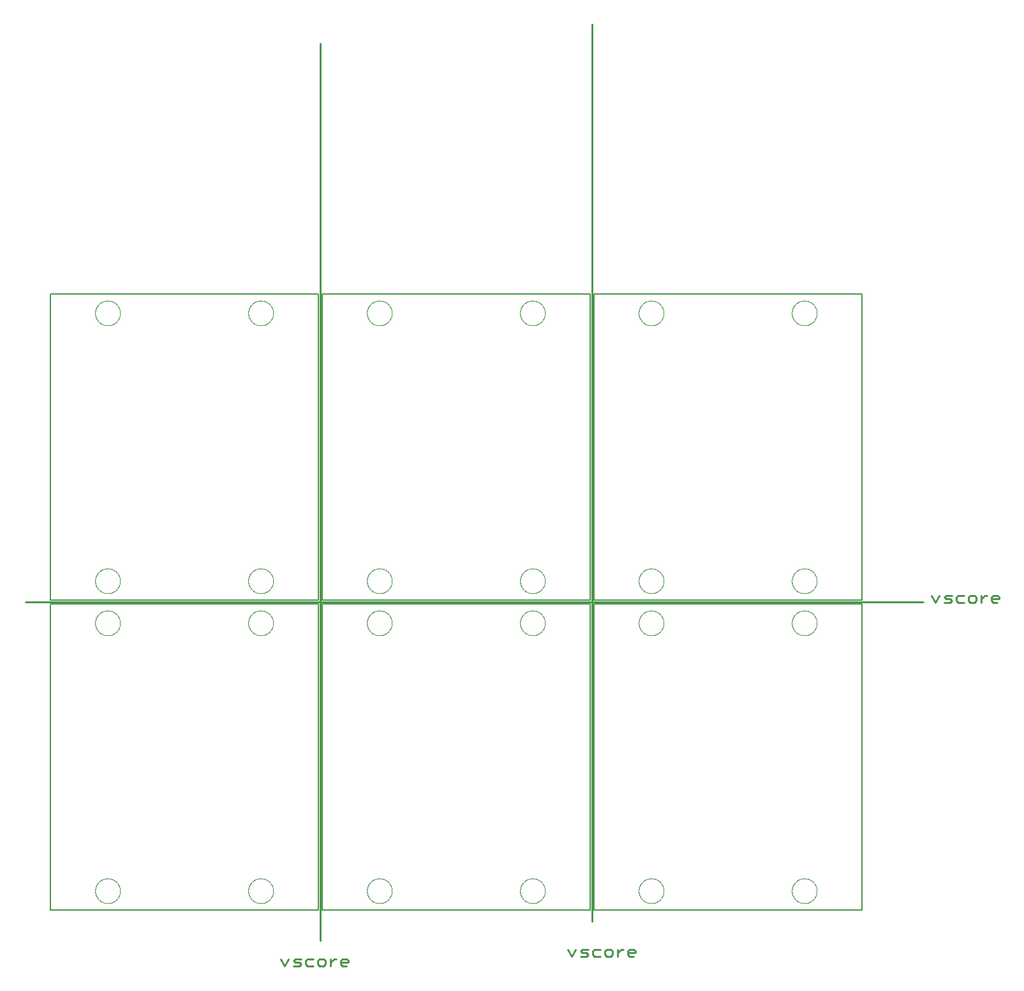
<source format=gko>
G75*
%MOIN*%
%OFA0B0*%
%FSLAX25Y25*%
%IPPOS*%
%LPD*%
%AMOC8*
5,1,8,0,0,1.08239X$1,22.5*
%
%ADD10C,0.00800*%
%ADD11C,0.01000*%
%ADD12C,0.01100*%
%ADD13C,0.00000*%
D10*
X0014500Y0033333D02*
X0154500Y0033333D01*
X0154500Y0193333D01*
X0014500Y0193333D01*
X0014500Y0033333D01*
X0156500Y0033333D02*
X0296500Y0033333D01*
X0296500Y0193333D01*
X0156500Y0193333D01*
X0156500Y0033333D01*
X0298500Y0033333D02*
X0438500Y0033333D01*
X0438500Y0193333D01*
X0298500Y0193333D01*
X0298500Y0033333D01*
X0298500Y0195333D02*
X0438500Y0195333D01*
X0438500Y0355333D01*
X0298500Y0355333D01*
X0298500Y0195333D01*
X0296500Y0195333D02*
X0156500Y0195333D01*
X0156500Y0355333D01*
X0296500Y0355333D01*
X0296500Y0195333D01*
X0154500Y0195333D02*
X0014500Y0195333D01*
X0014500Y0355333D01*
X0154500Y0355333D01*
X0154500Y0195333D01*
D11*
X0001500Y0194333D02*
X0470500Y0194333D01*
X0297500Y0027333D02*
X0297500Y0496333D01*
X0155500Y0486333D02*
X0155500Y0017333D01*
D12*
X0155371Y0007820D02*
X0154386Y0006836D01*
X0154386Y0004867D01*
X0155371Y0003883D01*
X0157339Y0003883D01*
X0158323Y0004867D01*
X0158323Y0006836D01*
X0157339Y0007820D01*
X0155371Y0007820D01*
X0151878Y0007820D02*
X0148925Y0007820D01*
X0147941Y0006836D01*
X0147941Y0004867D01*
X0148925Y0003883D01*
X0151878Y0003883D01*
X0145432Y0004867D02*
X0144448Y0005852D01*
X0142480Y0005852D01*
X0141495Y0006836D01*
X0142480Y0007820D01*
X0145432Y0007820D01*
X0145432Y0004867D02*
X0144448Y0003883D01*
X0141495Y0003883D01*
X0137018Y0003883D02*
X0138987Y0007820D01*
X0135050Y0007820D02*
X0137018Y0003883D01*
X0160832Y0003883D02*
X0160832Y0007820D01*
X0162800Y0007820D02*
X0163785Y0007820D01*
X0162800Y0007820D02*
X0160832Y0005852D01*
X0166203Y0005852D02*
X0170140Y0005852D01*
X0170140Y0006836D01*
X0169156Y0007820D01*
X0167187Y0007820D01*
X0166203Y0006836D01*
X0166203Y0004867D01*
X0167187Y0003883D01*
X0169156Y0003883D01*
X0285050Y0012820D02*
X0287018Y0008883D01*
X0288987Y0012820D01*
X0291495Y0011836D02*
X0292480Y0012820D01*
X0295432Y0012820D01*
X0294448Y0010852D02*
X0292480Y0010852D01*
X0291495Y0011836D01*
X0291495Y0008883D02*
X0294448Y0008883D01*
X0295432Y0009867D01*
X0294448Y0010852D01*
X0297941Y0011836D02*
X0297941Y0009867D01*
X0298925Y0008883D01*
X0301878Y0008883D01*
X0304386Y0009867D02*
X0304386Y0011836D01*
X0305371Y0012820D01*
X0307339Y0012820D01*
X0308323Y0011836D01*
X0308323Y0009867D01*
X0307339Y0008883D01*
X0305371Y0008883D01*
X0304386Y0009867D01*
X0301878Y0012820D02*
X0298925Y0012820D01*
X0297941Y0011836D01*
X0310832Y0012820D02*
X0310832Y0008883D01*
X0310832Y0010852D02*
X0312800Y0012820D01*
X0313785Y0012820D01*
X0316203Y0011836D02*
X0316203Y0009867D01*
X0317187Y0008883D01*
X0319156Y0008883D01*
X0320140Y0010852D02*
X0316203Y0010852D01*
X0316203Y0011836D02*
X0317187Y0012820D01*
X0319156Y0012820D01*
X0320140Y0011836D01*
X0320140Y0010852D01*
X0477018Y0193883D02*
X0478987Y0197820D01*
X0481495Y0196836D02*
X0482480Y0197820D01*
X0485432Y0197820D01*
X0484448Y0195852D02*
X0485432Y0194867D01*
X0484448Y0193883D01*
X0481495Y0193883D01*
X0482480Y0195852D02*
X0481495Y0196836D01*
X0482480Y0195852D02*
X0484448Y0195852D01*
X0487941Y0196836D02*
X0487941Y0194867D01*
X0488925Y0193883D01*
X0491878Y0193883D01*
X0494386Y0194867D02*
X0495371Y0193883D01*
X0497339Y0193883D01*
X0498323Y0194867D01*
X0498323Y0196836D01*
X0497339Y0197820D01*
X0495371Y0197820D01*
X0494386Y0196836D01*
X0494386Y0194867D01*
X0491878Y0197820D02*
X0488925Y0197820D01*
X0487941Y0196836D01*
X0477018Y0193883D02*
X0475050Y0197820D01*
X0500832Y0197820D02*
X0500832Y0193883D01*
X0500832Y0195852D02*
X0502800Y0197820D01*
X0503785Y0197820D01*
X0506203Y0196836D02*
X0507187Y0197820D01*
X0509156Y0197820D01*
X0510140Y0196836D01*
X0510140Y0195852D01*
X0506203Y0195852D01*
X0506203Y0196836D02*
X0506203Y0194867D01*
X0507187Y0193883D01*
X0509156Y0193883D01*
D13*
X0402000Y0183333D02*
X0402002Y0183494D01*
X0402008Y0183654D01*
X0402018Y0183815D01*
X0402032Y0183975D01*
X0402050Y0184135D01*
X0402071Y0184294D01*
X0402097Y0184453D01*
X0402127Y0184611D01*
X0402160Y0184768D01*
X0402198Y0184925D01*
X0402239Y0185080D01*
X0402284Y0185234D01*
X0402333Y0185387D01*
X0402386Y0185539D01*
X0402442Y0185690D01*
X0402503Y0185839D01*
X0402566Y0185987D01*
X0402634Y0186133D01*
X0402705Y0186277D01*
X0402779Y0186419D01*
X0402857Y0186560D01*
X0402939Y0186698D01*
X0403024Y0186835D01*
X0403112Y0186969D01*
X0403204Y0187101D01*
X0403299Y0187231D01*
X0403397Y0187359D01*
X0403498Y0187484D01*
X0403602Y0187606D01*
X0403709Y0187726D01*
X0403819Y0187843D01*
X0403932Y0187958D01*
X0404048Y0188069D01*
X0404167Y0188178D01*
X0404288Y0188283D01*
X0404412Y0188386D01*
X0404538Y0188486D01*
X0404666Y0188582D01*
X0404797Y0188675D01*
X0404931Y0188765D01*
X0405066Y0188852D01*
X0405204Y0188935D01*
X0405343Y0189015D01*
X0405485Y0189091D01*
X0405628Y0189164D01*
X0405773Y0189233D01*
X0405920Y0189299D01*
X0406068Y0189361D01*
X0406218Y0189419D01*
X0406369Y0189474D01*
X0406522Y0189525D01*
X0406676Y0189572D01*
X0406831Y0189615D01*
X0406987Y0189654D01*
X0407143Y0189690D01*
X0407301Y0189721D01*
X0407459Y0189749D01*
X0407618Y0189773D01*
X0407778Y0189793D01*
X0407938Y0189809D01*
X0408098Y0189821D01*
X0408259Y0189829D01*
X0408420Y0189833D01*
X0408580Y0189833D01*
X0408741Y0189829D01*
X0408902Y0189821D01*
X0409062Y0189809D01*
X0409222Y0189793D01*
X0409382Y0189773D01*
X0409541Y0189749D01*
X0409699Y0189721D01*
X0409857Y0189690D01*
X0410013Y0189654D01*
X0410169Y0189615D01*
X0410324Y0189572D01*
X0410478Y0189525D01*
X0410631Y0189474D01*
X0410782Y0189419D01*
X0410932Y0189361D01*
X0411080Y0189299D01*
X0411227Y0189233D01*
X0411372Y0189164D01*
X0411515Y0189091D01*
X0411657Y0189015D01*
X0411796Y0188935D01*
X0411934Y0188852D01*
X0412069Y0188765D01*
X0412203Y0188675D01*
X0412334Y0188582D01*
X0412462Y0188486D01*
X0412588Y0188386D01*
X0412712Y0188283D01*
X0412833Y0188178D01*
X0412952Y0188069D01*
X0413068Y0187958D01*
X0413181Y0187843D01*
X0413291Y0187726D01*
X0413398Y0187606D01*
X0413502Y0187484D01*
X0413603Y0187359D01*
X0413701Y0187231D01*
X0413796Y0187101D01*
X0413888Y0186969D01*
X0413976Y0186835D01*
X0414061Y0186698D01*
X0414143Y0186560D01*
X0414221Y0186419D01*
X0414295Y0186277D01*
X0414366Y0186133D01*
X0414434Y0185987D01*
X0414497Y0185839D01*
X0414558Y0185690D01*
X0414614Y0185539D01*
X0414667Y0185387D01*
X0414716Y0185234D01*
X0414761Y0185080D01*
X0414802Y0184925D01*
X0414840Y0184768D01*
X0414873Y0184611D01*
X0414903Y0184453D01*
X0414929Y0184294D01*
X0414950Y0184135D01*
X0414968Y0183975D01*
X0414982Y0183815D01*
X0414992Y0183654D01*
X0414998Y0183494D01*
X0415000Y0183333D01*
X0414998Y0183172D01*
X0414992Y0183012D01*
X0414982Y0182851D01*
X0414968Y0182691D01*
X0414950Y0182531D01*
X0414929Y0182372D01*
X0414903Y0182213D01*
X0414873Y0182055D01*
X0414840Y0181898D01*
X0414802Y0181741D01*
X0414761Y0181586D01*
X0414716Y0181432D01*
X0414667Y0181279D01*
X0414614Y0181127D01*
X0414558Y0180976D01*
X0414497Y0180827D01*
X0414434Y0180679D01*
X0414366Y0180533D01*
X0414295Y0180389D01*
X0414221Y0180247D01*
X0414143Y0180106D01*
X0414061Y0179968D01*
X0413976Y0179831D01*
X0413888Y0179697D01*
X0413796Y0179565D01*
X0413701Y0179435D01*
X0413603Y0179307D01*
X0413502Y0179182D01*
X0413398Y0179060D01*
X0413291Y0178940D01*
X0413181Y0178823D01*
X0413068Y0178708D01*
X0412952Y0178597D01*
X0412833Y0178488D01*
X0412712Y0178383D01*
X0412588Y0178280D01*
X0412462Y0178180D01*
X0412334Y0178084D01*
X0412203Y0177991D01*
X0412069Y0177901D01*
X0411934Y0177814D01*
X0411796Y0177731D01*
X0411657Y0177651D01*
X0411515Y0177575D01*
X0411372Y0177502D01*
X0411227Y0177433D01*
X0411080Y0177367D01*
X0410932Y0177305D01*
X0410782Y0177247D01*
X0410631Y0177192D01*
X0410478Y0177141D01*
X0410324Y0177094D01*
X0410169Y0177051D01*
X0410013Y0177012D01*
X0409857Y0176976D01*
X0409699Y0176945D01*
X0409541Y0176917D01*
X0409382Y0176893D01*
X0409222Y0176873D01*
X0409062Y0176857D01*
X0408902Y0176845D01*
X0408741Y0176837D01*
X0408580Y0176833D01*
X0408420Y0176833D01*
X0408259Y0176837D01*
X0408098Y0176845D01*
X0407938Y0176857D01*
X0407778Y0176873D01*
X0407618Y0176893D01*
X0407459Y0176917D01*
X0407301Y0176945D01*
X0407143Y0176976D01*
X0406987Y0177012D01*
X0406831Y0177051D01*
X0406676Y0177094D01*
X0406522Y0177141D01*
X0406369Y0177192D01*
X0406218Y0177247D01*
X0406068Y0177305D01*
X0405920Y0177367D01*
X0405773Y0177433D01*
X0405628Y0177502D01*
X0405485Y0177575D01*
X0405343Y0177651D01*
X0405204Y0177731D01*
X0405066Y0177814D01*
X0404931Y0177901D01*
X0404797Y0177991D01*
X0404666Y0178084D01*
X0404538Y0178180D01*
X0404412Y0178280D01*
X0404288Y0178383D01*
X0404167Y0178488D01*
X0404048Y0178597D01*
X0403932Y0178708D01*
X0403819Y0178823D01*
X0403709Y0178940D01*
X0403602Y0179060D01*
X0403498Y0179182D01*
X0403397Y0179307D01*
X0403299Y0179435D01*
X0403204Y0179565D01*
X0403112Y0179697D01*
X0403024Y0179831D01*
X0402939Y0179968D01*
X0402857Y0180106D01*
X0402779Y0180247D01*
X0402705Y0180389D01*
X0402634Y0180533D01*
X0402566Y0180679D01*
X0402503Y0180827D01*
X0402442Y0180976D01*
X0402386Y0181127D01*
X0402333Y0181279D01*
X0402284Y0181432D01*
X0402239Y0181586D01*
X0402198Y0181741D01*
X0402160Y0181898D01*
X0402127Y0182055D01*
X0402097Y0182213D01*
X0402071Y0182372D01*
X0402050Y0182531D01*
X0402032Y0182691D01*
X0402018Y0182851D01*
X0402008Y0183012D01*
X0402002Y0183172D01*
X0402000Y0183333D01*
X0402000Y0205333D02*
X0402002Y0205494D01*
X0402008Y0205654D01*
X0402018Y0205815D01*
X0402032Y0205975D01*
X0402050Y0206135D01*
X0402071Y0206294D01*
X0402097Y0206453D01*
X0402127Y0206611D01*
X0402160Y0206768D01*
X0402198Y0206925D01*
X0402239Y0207080D01*
X0402284Y0207234D01*
X0402333Y0207387D01*
X0402386Y0207539D01*
X0402442Y0207690D01*
X0402503Y0207839D01*
X0402566Y0207987D01*
X0402634Y0208133D01*
X0402705Y0208277D01*
X0402779Y0208419D01*
X0402857Y0208560D01*
X0402939Y0208698D01*
X0403024Y0208835D01*
X0403112Y0208969D01*
X0403204Y0209101D01*
X0403299Y0209231D01*
X0403397Y0209359D01*
X0403498Y0209484D01*
X0403602Y0209606D01*
X0403709Y0209726D01*
X0403819Y0209843D01*
X0403932Y0209958D01*
X0404048Y0210069D01*
X0404167Y0210178D01*
X0404288Y0210283D01*
X0404412Y0210386D01*
X0404538Y0210486D01*
X0404666Y0210582D01*
X0404797Y0210675D01*
X0404931Y0210765D01*
X0405066Y0210852D01*
X0405204Y0210935D01*
X0405343Y0211015D01*
X0405485Y0211091D01*
X0405628Y0211164D01*
X0405773Y0211233D01*
X0405920Y0211299D01*
X0406068Y0211361D01*
X0406218Y0211419D01*
X0406369Y0211474D01*
X0406522Y0211525D01*
X0406676Y0211572D01*
X0406831Y0211615D01*
X0406987Y0211654D01*
X0407143Y0211690D01*
X0407301Y0211721D01*
X0407459Y0211749D01*
X0407618Y0211773D01*
X0407778Y0211793D01*
X0407938Y0211809D01*
X0408098Y0211821D01*
X0408259Y0211829D01*
X0408420Y0211833D01*
X0408580Y0211833D01*
X0408741Y0211829D01*
X0408902Y0211821D01*
X0409062Y0211809D01*
X0409222Y0211793D01*
X0409382Y0211773D01*
X0409541Y0211749D01*
X0409699Y0211721D01*
X0409857Y0211690D01*
X0410013Y0211654D01*
X0410169Y0211615D01*
X0410324Y0211572D01*
X0410478Y0211525D01*
X0410631Y0211474D01*
X0410782Y0211419D01*
X0410932Y0211361D01*
X0411080Y0211299D01*
X0411227Y0211233D01*
X0411372Y0211164D01*
X0411515Y0211091D01*
X0411657Y0211015D01*
X0411796Y0210935D01*
X0411934Y0210852D01*
X0412069Y0210765D01*
X0412203Y0210675D01*
X0412334Y0210582D01*
X0412462Y0210486D01*
X0412588Y0210386D01*
X0412712Y0210283D01*
X0412833Y0210178D01*
X0412952Y0210069D01*
X0413068Y0209958D01*
X0413181Y0209843D01*
X0413291Y0209726D01*
X0413398Y0209606D01*
X0413502Y0209484D01*
X0413603Y0209359D01*
X0413701Y0209231D01*
X0413796Y0209101D01*
X0413888Y0208969D01*
X0413976Y0208835D01*
X0414061Y0208698D01*
X0414143Y0208560D01*
X0414221Y0208419D01*
X0414295Y0208277D01*
X0414366Y0208133D01*
X0414434Y0207987D01*
X0414497Y0207839D01*
X0414558Y0207690D01*
X0414614Y0207539D01*
X0414667Y0207387D01*
X0414716Y0207234D01*
X0414761Y0207080D01*
X0414802Y0206925D01*
X0414840Y0206768D01*
X0414873Y0206611D01*
X0414903Y0206453D01*
X0414929Y0206294D01*
X0414950Y0206135D01*
X0414968Y0205975D01*
X0414982Y0205815D01*
X0414992Y0205654D01*
X0414998Y0205494D01*
X0415000Y0205333D01*
X0414998Y0205172D01*
X0414992Y0205012D01*
X0414982Y0204851D01*
X0414968Y0204691D01*
X0414950Y0204531D01*
X0414929Y0204372D01*
X0414903Y0204213D01*
X0414873Y0204055D01*
X0414840Y0203898D01*
X0414802Y0203741D01*
X0414761Y0203586D01*
X0414716Y0203432D01*
X0414667Y0203279D01*
X0414614Y0203127D01*
X0414558Y0202976D01*
X0414497Y0202827D01*
X0414434Y0202679D01*
X0414366Y0202533D01*
X0414295Y0202389D01*
X0414221Y0202247D01*
X0414143Y0202106D01*
X0414061Y0201968D01*
X0413976Y0201831D01*
X0413888Y0201697D01*
X0413796Y0201565D01*
X0413701Y0201435D01*
X0413603Y0201307D01*
X0413502Y0201182D01*
X0413398Y0201060D01*
X0413291Y0200940D01*
X0413181Y0200823D01*
X0413068Y0200708D01*
X0412952Y0200597D01*
X0412833Y0200488D01*
X0412712Y0200383D01*
X0412588Y0200280D01*
X0412462Y0200180D01*
X0412334Y0200084D01*
X0412203Y0199991D01*
X0412069Y0199901D01*
X0411934Y0199814D01*
X0411796Y0199731D01*
X0411657Y0199651D01*
X0411515Y0199575D01*
X0411372Y0199502D01*
X0411227Y0199433D01*
X0411080Y0199367D01*
X0410932Y0199305D01*
X0410782Y0199247D01*
X0410631Y0199192D01*
X0410478Y0199141D01*
X0410324Y0199094D01*
X0410169Y0199051D01*
X0410013Y0199012D01*
X0409857Y0198976D01*
X0409699Y0198945D01*
X0409541Y0198917D01*
X0409382Y0198893D01*
X0409222Y0198873D01*
X0409062Y0198857D01*
X0408902Y0198845D01*
X0408741Y0198837D01*
X0408580Y0198833D01*
X0408420Y0198833D01*
X0408259Y0198837D01*
X0408098Y0198845D01*
X0407938Y0198857D01*
X0407778Y0198873D01*
X0407618Y0198893D01*
X0407459Y0198917D01*
X0407301Y0198945D01*
X0407143Y0198976D01*
X0406987Y0199012D01*
X0406831Y0199051D01*
X0406676Y0199094D01*
X0406522Y0199141D01*
X0406369Y0199192D01*
X0406218Y0199247D01*
X0406068Y0199305D01*
X0405920Y0199367D01*
X0405773Y0199433D01*
X0405628Y0199502D01*
X0405485Y0199575D01*
X0405343Y0199651D01*
X0405204Y0199731D01*
X0405066Y0199814D01*
X0404931Y0199901D01*
X0404797Y0199991D01*
X0404666Y0200084D01*
X0404538Y0200180D01*
X0404412Y0200280D01*
X0404288Y0200383D01*
X0404167Y0200488D01*
X0404048Y0200597D01*
X0403932Y0200708D01*
X0403819Y0200823D01*
X0403709Y0200940D01*
X0403602Y0201060D01*
X0403498Y0201182D01*
X0403397Y0201307D01*
X0403299Y0201435D01*
X0403204Y0201565D01*
X0403112Y0201697D01*
X0403024Y0201831D01*
X0402939Y0201968D01*
X0402857Y0202106D01*
X0402779Y0202247D01*
X0402705Y0202389D01*
X0402634Y0202533D01*
X0402566Y0202679D01*
X0402503Y0202827D01*
X0402442Y0202976D01*
X0402386Y0203127D01*
X0402333Y0203279D01*
X0402284Y0203432D01*
X0402239Y0203586D01*
X0402198Y0203741D01*
X0402160Y0203898D01*
X0402127Y0204055D01*
X0402097Y0204213D01*
X0402071Y0204372D01*
X0402050Y0204531D01*
X0402032Y0204691D01*
X0402018Y0204851D01*
X0402008Y0205012D01*
X0402002Y0205172D01*
X0402000Y0205333D01*
X0322000Y0205333D02*
X0322002Y0205494D01*
X0322008Y0205654D01*
X0322018Y0205815D01*
X0322032Y0205975D01*
X0322050Y0206135D01*
X0322071Y0206294D01*
X0322097Y0206453D01*
X0322127Y0206611D01*
X0322160Y0206768D01*
X0322198Y0206925D01*
X0322239Y0207080D01*
X0322284Y0207234D01*
X0322333Y0207387D01*
X0322386Y0207539D01*
X0322442Y0207690D01*
X0322503Y0207839D01*
X0322566Y0207987D01*
X0322634Y0208133D01*
X0322705Y0208277D01*
X0322779Y0208419D01*
X0322857Y0208560D01*
X0322939Y0208698D01*
X0323024Y0208835D01*
X0323112Y0208969D01*
X0323204Y0209101D01*
X0323299Y0209231D01*
X0323397Y0209359D01*
X0323498Y0209484D01*
X0323602Y0209606D01*
X0323709Y0209726D01*
X0323819Y0209843D01*
X0323932Y0209958D01*
X0324048Y0210069D01*
X0324167Y0210178D01*
X0324288Y0210283D01*
X0324412Y0210386D01*
X0324538Y0210486D01*
X0324666Y0210582D01*
X0324797Y0210675D01*
X0324931Y0210765D01*
X0325066Y0210852D01*
X0325204Y0210935D01*
X0325343Y0211015D01*
X0325485Y0211091D01*
X0325628Y0211164D01*
X0325773Y0211233D01*
X0325920Y0211299D01*
X0326068Y0211361D01*
X0326218Y0211419D01*
X0326369Y0211474D01*
X0326522Y0211525D01*
X0326676Y0211572D01*
X0326831Y0211615D01*
X0326987Y0211654D01*
X0327143Y0211690D01*
X0327301Y0211721D01*
X0327459Y0211749D01*
X0327618Y0211773D01*
X0327778Y0211793D01*
X0327938Y0211809D01*
X0328098Y0211821D01*
X0328259Y0211829D01*
X0328420Y0211833D01*
X0328580Y0211833D01*
X0328741Y0211829D01*
X0328902Y0211821D01*
X0329062Y0211809D01*
X0329222Y0211793D01*
X0329382Y0211773D01*
X0329541Y0211749D01*
X0329699Y0211721D01*
X0329857Y0211690D01*
X0330013Y0211654D01*
X0330169Y0211615D01*
X0330324Y0211572D01*
X0330478Y0211525D01*
X0330631Y0211474D01*
X0330782Y0211419D01*
X0330932Y0211361D01*
X0331080Y0211299D01*
X0331227Y0211233D01*
X0331372Y0211164D01*
X0331515Y0211091D01*
X0331657Y0211015D01*
X0331796Y0210935D01*
X0331934Y0210852D01*
X0332069Y0210765D01*
X0332203Y0210675D01*
X0332334Y0210582D01*
X0332462Y0210486D01*
X0332588Y0210386D01*
X0332712Y0210283D01*
X0332833Y0210178D01*
X0332952Y0210069D01*
X0333068Y0209958D01*
X0333181Y0209843D01*
X0333291Y0209726D01*
X0333398Y0209606D01*
X0333502Y0209484D01*
X0333603Y0209359D01*
X0333701Y0209231D01*
X0333796Y0209101D01*
X0333888Y0208969D01*
X0333976Y0208835D01*
X0334061Y0208698D01*
X0334143Y0208560D01*
X0334221Y0208419D01*
X0334295Y0208277D01*
X0334366Y0208133D01*
X0334434Y0207987D01*
X0334497Y0207839D01*
X0334558Y0207690D01*
X0334614Y0207539D01*
X0334667Y0207387D01*
X0334716Y0207234D01*
X0334761Y0207080D01*
X0334802Y0206925D01*
X0334840Y0206768D01*
X0334873Y0206611D01*
X0334903Y0206453D01*
X0334929Y0206294D01*
X0334950Y0206135D01*
X0334968Y0205975D01*
X0334982Y0205815D01*
X0334992Y0205654D01*
X0334998Y0205494D01*
X0335000Y0205333D01*
X0334998Y0205172D01*
X0334992Y0205012D01*
X0334982Y0204851D01*
X0334968Y0204691D01*
X0334950Y0204531D01*
X0334929Y0204372D01*
X0334903Y0204213D01*
X0334873Y0204055D01*
X0334840Y0203898D01*
X0334802Y0203741D01*
X0334761Y0203586D01*
X0334716Y0203432D01*
X0334667Y0203279D01*
X0334614Y0203127D01*
X0334558Y0202976D01*
X0334497Y0202827D01*
X0334434Y0202679D01*
X0334366Y0202533D01*
X0334295Y0202389D01*
X0334221Y0202247D01*
X0334143Y0202106D01*
X0334061Y0201968D01*
X0333976Y0201831D01*
X0333888Y0201697D01*
X0333796Y0201565D01*
X0333701Y0201435D01*
X0333603Y0201307D01*
X0333502Y0201182D01*
X0333398Y0201060D01*
X0333291Y0200940D01*
X0333181Y0200823D01*
X0333068Y0200708D01*
X0332952Y0200597D01*
X0332833Y0200488D01*
X0332712Y0200383D01*
X0332588Y0200280D01*
X0332462Y0200180D01*
X0332334Y0200084D01*
X0332203Y0199991D01*
X0332069Y0199901D01*
X0331934Y0199814D01*
X0331796Y0199731D01*
X0331657Y0199651D01*
X0331515Y0199575D01*
X0331372Y0199502D01*
X0331227Y0199433D01*
X0331080Y0199367D01*
X0330932Y0199305D01*
X0330782Y0199247D01*
X0330631Y0199192D01*
X0330478Y0199141D01*
X0330324Y0199094D01*
X0330169Y0199051D01*
X0330013Y0199012D01*
X0329857Y0198976D01*
X0329699Y0198945D01*
X0329541Y0198917D01*
X0329382Y0198893D01*
X0329222Y0198873D01*
X0329062Y0198857D01*
X0328902Y0198845D01*
X0328741Y0198837D01*
X0328580Y0198833D01*
X0328420Y0198833D01*
X0328259Y0198837D01*
X0328098Y0198845D01*
X0327938Y0198857D01*
X0327778Y0198873D01*
X0327618Y0198893D01*
X0327459Y0198917D01*
X0327301Y0198945D01*
X0327143Y0198976D01*
X0326987Y0199012D01*
X0326831Y0199051D01*
X0326676Y0199094D01*
X0326522Y0199141D01*
X0326369Y0199192D01*
X0326218Y0199247D01*
X0326068Y0199305D01*
X0325920Y0199367D01*
X0325773Y0199433D01*
X0325628Y0199502D01*
X0325485Y0199575D01*
X0325343Y0199651D01*
X0325204Y0199731D01*
X0325066Y0199814D01*
X0324931Y0199901D01*
X0324797Y0199991D01*
X0324666Y0200084D01*
X0324538Y0200180D01*
X0324412Y0200280D01*
X0324288Y0200383D01*
X0324167Y0200488D01*
X0324048Y0200597D01*
X0323932Y0200708D01*
X0323819Y0200823D01*
X0323709Y0200940D01*
X0323602Y0201060D01*
X0323498Y0201182D01*
X0323397Y0201307D01*
X0323299Y0201435D01*
X0323204Y0201565D01*
X0323112Y0201697D01*
X0323024Y0201831D01*
X0322939Y0201968D01*
X0322857Y0202106D01*
X0322779Y0202247D01*
X0322705Y0202389D01*
X0322634Y0202533D01*
X0322566Y0202679D01*
X0322503Y0202827D01*
X0322442Y0202976D01*
X0322386Y0203127D01*
X0322333Y0203279D01*
X0322284Y0203432D01*
X0322239Y0203586D01*
X0322198Y0203741D01*
X0322160Y0203898D01*
X0322127Y0204055D01*
X0322097Y0204213D01*
X0322071Y0204372D01*
X0322050Y0204531D01*
X0322032Y0204691D01*
X0322018Y0204851D01*
X0322008Y0205012D01*
X0322002Y0205172D01*
X0322000Y0205333D01*
X0322000Y0183333D02*
X0322002Y0183494D01*
X0322008Y0183654D01*
X0322018Y0183815D01*
X0322032Y0183975D01*
X0322050Y0184135D01*
X0322071Y0184294D01*
X0322097Y0184453D01*
X0322127Y0184611D01*
X0322160Y0184768D01*
X0322198Y0184925D01*
X0322239Y0185080D01*
X0322284Y0185234D01*
X0322333Y0185387D01*
X0322386Y0185539D01*
X0322442Y0185690D01*
X0322503Y0185839D01*
X0322566Y0185987D01*
X0322634Y0186133D01*
X0322705Y0186277D01*
X0322779Y0186419D01*
X0322857Y0186560D01*
X0322939Y0186698D01*
X0323024Y0186835D01*
X0323112Y0186969D01*
X0323204Y0187101D01*
X0323299Y0187231D01*
X0323397Y0187359D01*
X0323498Y0187484D01*
X0323602Y0187606D01*
X0323709Y0187726D01*
X0323819Y0187843D01*
X0323932Y0187958D01*
X0324048Y0188069D01*
X0324167Y0188178D01*
X0324288Y0188283D01*
X0324412Y0188386D01*
X0324538Y0188486D01*
X0324666Y0188582D01*
X0324797Y0188675D01*
X0324931Y0188765D01*
X0325066Y0188852D01*
X0325204Y0188935D01*
X0325343Y0189015D01*
X0325485Y0189091D01*
X0325628Y0189164D01*
X0325773Y0189233D01*
X0325920Y0189299D01*
X0326068Y0189361D01*
X0326218Y0189419D01*
X0326369Y0189474D01*
X0326522Y0189525D01*
X0326676Y0189572D01*
X0326831Y0189615D01*
X0326987Y0189654D01*
X0327143Y0189690D01*
X0327301Y0189721D01*
X0327459Y0189749D01*
X0327618Y0189773D01*
X0327778Y0189793D01*
X0327938Y0189809D01*
X0328098Y0189821D01*
X0328259Y0189829D01*
X0328420Y0189833D01*
X0328580Y0189833D01*
X0328741Y0189829D01*
X0328902Y0189821D01*
X0329062Y0189809D01*
X0329222Y0189793D01*
X0329382Y0189773D01*
X0329541Y0189749D01*
X0329699Y0189721D01*
X0329857Y0189690D01*
X0330013Y0189654D01*
X0330169Y0189615D01*
X0330324Y0189572D01*
X0330478Y0189525D01*
X0330631Y0189474D01*
X0330782Y0189419D01*
X0330932Y0189361D01*
X0331080Y0189299D01*
X0331227Y0189233D01*
X0331372Y0189164D01*
X0331515Y0189091D01*
X0331657Y0189015D01*
X0331796Y0188935D01*
X0331934Y0188852D01*
X0332069Y0188765D01*
X0332203Y0188675D01*
X0332334Y0188582D01*
X0332462Y0188486D01*
X0332588Y0188386D01*
X0332712Y0188283D01*
X0332833Y0188178D01*
X0332952Y0188069D01*
X0333068Y0187958D01*
X0333181Y0187843D01*
X0333291Y0187726D01*
X0333398Y0187606D01*
X0333502Y0187484D01*
X0333603Y0187359D01*
X0333701Y0187231D01*
X0333796Y0187101D01*
X0333888Y0186969D01*
X0333976Y0186835D01*
X0334061Y0186698D01*
X0334143Y0186560D01*
X0334221Y0186419D01*
X0334295Y0186277D01*
X0334366Y0186133D01*
X0334434Y0185987D01*
X0334497Y0185839D01*
X0334558Y0185690D01*
X0334614Y0185539D01*
X0334667Y0185387D01*
X0334716Y0185234D01*
X0334761Y0185080D01*
X0334802Y0184925D01*
X0334840Y0184768D01*
X0334873Y0184611D01*
X0334903Y0184453D01*
X0334929Y0184294D01*
X0334950Y0184135D01*
X0334968Y0183975D01*
X0334982Y0183815D01*
X0334992Y0183654D01*
X0334998Y0183494D01*
X0335000Y0183333D01*
X0334998Y0183172D01*
X0334992Y0183012D01*
X0334982Y0182851D01*
X0334968Y0182691D01*
X0334950Y0182531D01*
X0334929Y0182372D01*
X0334903Y0182213D01*
X0334873Y0182055D01*
X0334840Y0181898D01*
X0334802Y0181741D01*
X0334761Y0181586D01*
X0334716Y0181432D01*
X0334667Y0181279D01*
X0334614Y0181127D01*
X0334558Y0180976D01*
X0334497Y0180827D01*
X0334434Y0180679D01*
X0334366Y0180533D01*
X0334295Y0180389D01*
X0334221Y0180247D01*
X0334143Y0180106D01*
X0334061Y0179968D01*
X0333976Y0179831D01*
X0333888Y0179697D01*
X0333796Y0179565D01*
X0333701Y0179435D01*
X0333603Y0179307D01*
X0333502Y0179182D01*
X0333398Y0179060D01*
X0333291Y0178940D01*
X0333181Y0178823D01*
X0333068Y0178708D01*
X0332952Y0178597D01*
X0332833Y0178488D01*
X0332712Y0178383D01*
X0332588Y0178280D01*
X0332462Y0178180D01*
X0332334Y0178084D01*
X0332203Y0177991D01*
X0332069Y0177901D01*
X0331934Y0177814D01*
X0331796Y0177731D01*
X0331657Y0177651D01*
X0331515Y0177575D01*
X0331372Y0177502D01*
X0331227Y0177433D01*
X0331080Y0177367D01*
X0330932Y0177305D01*
X0330782Y0177247D01*
X0330631Y0177192D01*
X0330478Y0177141D01*
X0330324Y0177094D01*
X0330169Y0177051D01*
X0330013Y0177012D01*
X0329857Y0176976D01*
X0329699Y0176945D01*
X0329541Y0176917D01*
X0329382Y0176893D01*
X0329222Y0176873D01*
X0329062Y0176857D01*
X0328902Y0176845D01*
X0328741Y0176837D01*
X0328580Y0176833D01*
X0328420Y0176833D01*
X0328259Y0176837D01*
X0328098Y0176845D01*
X0327938Y0176857D01*
X0327778Y0176873D01*
X0327618Y0176893D01*
X0327459Y0176917D01*
X0327301Y0176945D01*
X0327143Y0176976D01*
X0326987Y0177012D01*
X0326831Y0177051D01*
X0326676Y0177094D01*
X0326522Y0177141D01*
X0326369Y0177192D01*
X0326218Y0177247D01*
X0326068Y0177305D01*
X0325920Y0177367D01*
X0325773Y0177433D01*
X0325628Y0177502D01*
X0325485Y0177575D01*
X0325343Y0177651D01*
X0325204Y0177731D01*
X0325066Y0177814D01*
X0324931Y0177901D01*
X0324797Y0177991D01*
X0324666Y0178084D01*
X0324538Y0178180D01*
X0324412Y0178280D01*
X0324288Y0178383D01*
X0324167Y0178488D01*
X0324048Y0178597D01*
X0323932Y0178708D01*
X0323819Y0178823D01*
X0323709Y0178940D01*
X0323602Y0179060D01*
X0323498Y0179182D01*
X0323397Y0179307D01*
X0323299Y0179435D01*
X0323204Y0179565D01*
X0323112Y0179697D01*
X0323024Y0179831D01*
X0322939Y0179968D01*
X0322857Y0180106D01*
X0322779Y0180247D01*
X0322705Y0180389D01*
X0322634Y0180533D01*
X0322566Y0180679D01*
X0322503Y0180827D01*
X0322442Y0180976D01*
X0322386Y0181127D01*
X0322333Y0181279D01*
X0322284Y0181432D01*
X0322239Y0181586D01*
X0322198Y0181741D01*
X0322160Y0181898D01*
X0322127Y0182055D01*
X0322097Y0182213D01*
X0322071Y0182372D01*
X0322050Y0182531D01*
X0322032Y0182691D01*
X0322018Y0182851D01*
X0322008Y0183012D01*
X0322002Y0183172D01*
X0322000Y0183333D01*
X0260000Y0183333D02*
X0260002Y0183494D01*
X0260008Y0183654D01*
X0260018Y0183815D01*
X0260032Y0183975D01*
X0260050Y0184135D01*
X0260071Y0184294D01*
X0260097Y0184453D01*
X0260127Y0184611D01*
X0260160Y0184768D01*
X0260198Y0184925D01*
X0260239Y0185080D01*
X0260284Y0185234D01*
X0260333Y0185387D01*
X0260386Y0185539D01*
X0260442Y0185690D01*
X0260503Y0185839D01*
X0260566Y0185987D01*
X0260634Y0186133D01*
X0260705Y0186277D01*
X0260779Y0186419D01*
X0260857Y0186560D01*
X0260939Y0186698D01*
X0261024Y0186835D01*
X0261112Y0186969D01*
X0261204Y0187101D01*
X0261299Y0187231D01*
X0261397Y0187359D01*
X0261498Y0187484D01*
X0261602Y0187606D01*
X0261709Y0187726D01*
X0261819Y0187843D01*
X0261932Y0187958D01*
X0262048Y0188069D01*
X0262167Y0188178D01*
X0262288Y0188283D01*
X0262412Y0188386D01*
X0262538Y0188486D01*
X0262666Y0188582D01*
X0262797Y0188675D01*
X0262931Y0188765D01*
X0263066Y0188852D01*
X0263204Y0188935D01*
X0263343Y0189015D01*
X0263485Y0189091D01*
X0263628Y0189164D01*
X0263773Y0189233D01*
X0263920Y0189299D01*
X0264068Y0189361D01*
X0264218Y0189419D01*
X0264369Y0189474D01*
X0264522Y0189525D01*
X0264676Y0189572D01*
X0264831Y0189615D01*
X0264987Y0189654D01*
X0265143Y0189690D01*
X0265301Y0189721D01*
X0265459Y0189749D01*
X0265618Y0189773D01*
X0265778Y0189793D01*
X0265938Y0189809D01*
X0266098Y0189821D01*
X0266259Y0189829D01*
X0266420Y0189833D01*
X0266580Y0189833D01*
X0266741Y0189829D01*
X0266902Y0189821D01*
X0267062Y0189809D01*
X0267222Y0189793D01*
X0267382Y0189773D01*
X0267541Y0189749D01*
X0267699Y0189721D01*
X0267857Y0189690D01*
X0268013Y0189654D01*
X0268169Y0189615D01*
X0268324Y0189572D01*
X0268478Y0189525D01*
X0268631Y0189474D01*
X0268782Y0189419D01*
X0268932Y0189361D01*
X0269080Y0189299D01*
X0269227Y0189233D01*
X0269372Y0189164D01*
X0269515Y0189091D01*
X0269657Y0189015D01*
X0269796Y0188935D01*
X0269934Y0188852D01*
X0270069Y0188765D01*
X0270203Y0188675D01*
X0270334Y0188582D01*
X0270462Y0188486D01*
X0270588Y0188386D01*
X0270712Y0188283D01*
X0270833Y0188178D01*
X0270952Y0188069D01*
X0271068Y0187958D01*
X0271181Y0187843D01*
X0271291Y0187726D01*
X0271398Y0187606D01*
X0271502Y0187484D01*
X0271603Y0187359D01*
X0271701Y0187231D01*
X0271796Y0187101D01*
X0271888Y0186969D01*
X0271976Y0186835D01*
X0272061Y0186698D01*
X0272143Y0186560D01*
X0272221Y0186419D01*
X0272295Y0186277D01*
X0272366Y0186133D01*
X0272434Y0185987D01*
X0272497Y0185839D01*
X0272558Y0185690D01*
X0272614Y0185539D01*
X0272667Y0185387D01*
X0272716Y0185234D01*
X0272761Y0185080D01*
X0272802Y0184925D01*
X0272840Y0184768D01*
X0272873Y0184611D01*
X0272903Y0184453D01*
X0272929Y0184294D01*
X0272950Y0184135D01*
X0272968Y0183975D01*
X0272982Y0183815D01*
X0272992Y0183654D01*
X0272998Y0183494D01*
X0273000Y0183333D01*
X0272998Y0183172D01*
X0272992Y0183012D01*
X0272982Y0182851D01*
X0272968Y0182691D01*
X0272950Y0182531D01*
X0272929Y0182372D01*
X0272903Y0182213D01*
X0272873Y0182055D01*
X0272840Y0181898D01*
X0272802Y0181741D01*
X0272761Y0181586D01*
X0272716Y0181432D01*
X0272667Y0181279D01*
X0272614Y0181127D01*
X0272558Y0180976D01*
X0272497Y0180827D01*
X0272434Y0180679D01*
X0272366Y0180533D01*
X0272295Y0180389D01*
X0272221Y0180247D01*
X0272143Y0180106D01*
X0272061Y0179968D01*
X0271976Y0179831D01*
X0271888Y0179697D01*
X0271796Y0179565D01*
X0271701Y0179435D01*
X0271603Y0179307D01*
X0271502Y0179182D01*
X0271398Y0179060D01*
X0271291Y0178940D01*
X0271181Y0178823D01*
X0271068Y0178708D01*
X0270952Y0178597D01*
X0270833Y0178488D01*
X0270712Y0178383D01*
X0270588Y0178280D01*
X0270462Y0178180D01*
X0270334Y0178084D01*
X0270203Y0177991D01*
X0270069Y0177901D01*
X0269934Y0177814D01*
X0269796Y0177731D01*
X0269657Y0177651D01*
X0269515Y0177575D01*
X0269372Y0177502D01*
X0269227Y0177433D01*
X0269080Y0177367D01*
X0268932Y0177305D01*
X0268782Y0177247D01*
X0268631Y0177192D01*
X0268478Y0177141D01*
X0268324Y0177094D01*
X0268169Y0177051D01*
X0268013Y0177012D01*
X0267857Y0176976D01*
X0267699Y0176945D01*
X0267541Y0176917D01*
X0267382Y0176893D01*
X0267222Y0176873D01*
X0267062Y0176857D01*
X0266902Y0176845D01*
X0266741Y0176837D01*
X0266580Y0176833D01*
X0266420Y0176833D01*
X0266259Y0176837D01*
X0266098Y0176845D01*
X0265938Y0176857D01*
X0265778Y0176873D01*
X0265618Y0176893D01*
X0265459Y0176917D01*
X0265301Y0176945D01*
X0265143Y0176976D01*
X0264987Y0177012D01*
X0264831Y0177051D01*
X0264676Y0177094D01*
X0264522Y0177141D01*
X0264369Y0177192D01*
X0264218Y0177247D01*
X0264068Y0177305D01*
X0263920Y0177367D01*
X0263773Y0177433D01*
X0263628Y0177502D01*
X0263485Y0177575D01*
X0263343Y0177651D01*
X0263204Y0177731D01*
X0263066Y0177814D01*
X0262931Y0177901D01*
X0262797Y0177991D01*
X0262666Y0178084D01*
X0262538Y0178180D01*
X0262412Y0178280D01*
X0262288Y0178383D01*
X0262167Y0178488D01*
X0262048Y0178597D01*
X0261932Y0178708D01*
X0261819Y0178823D01*
X0261709Y0178940D01*
X0261602Y0179060D01*
X0261498Y0179182D01*
X0261397Y0179307D01*
X0261299Y0179435D01*
X0261204Y0179565D01*
X0261112Y0179697D01*
X0261024Y0179831D01*
X0260939Y0179968D01*
X0260857Y0180106D01*
X0260779Y0180247D01*
X0260705Y0180389D01*
X0260634Y0180533D01*
X0260566Y0180679D01*
X0260503Y0180827D01*
X0260442Y0180976D01*
X0260386Y0181127D01*
X0260333Y0181279D01*
X0260284Y0181432D01*
X0260239Y0181586D01*
X0260198Y0181741D01*
X0260160Y0181898D01*
X0260127Y0182055D01*
X0260097Y0182213D01*
X0260071Y0182372D01*
X0260050Y0182531D01*
X0260032Y0182691D01*
X0260018Y0182851D01*
X0260008Y0183012D01*
X0260002Y0183172D01*
X0260000Y0183333D01*
X0260000Y0205333D02*
X0260002Y0205494D01*
X0260008Y0205654D01*
X0260018Y0205815D01*
X0260032Y0205975D01*
X0260050Y0206135D01*
X0260071Y0206294D01*
X0260097Y0206453D01*
X0260127Y0206611D01*
X0260160Y0206768D01*
X0260198Y0206925D01*
X0260239Y0207080D01*
X0260284Y0207234D01*
X0260333Y0207387D01*
X0260386Y0207539D01*
X0260442Y0207690D01*
X0260503Y0207839D01*
X0260566Y0207987D01*
X0260634Y0208133D01*
X0260705Y0208277D01*
X0260779Y0208419D01*
X0260857Y0208560D01*
X0260939Y0208698D01*
X0261024Y0208835D01*
X0261112Y0208969D01*
X0261204Y0209101D01*
X0261299Y0209231D01*
X0261397Y0209359D01*
X0261498Y0209484D01*
X0261602Y0209606D01*
X0261709Y0209726D01*
X0261819Y0209843D01*
X0261932Y0209958D01*
X0262048Y0210069D01*
X0262167Y0210178D01*
X0262288Y0210283D01*
X0262412Y0210386D01*
X0262538Y0210486D01*
X0262666Y0210582D01*
X0262797Y0210675D01*
X0262931Y0210765D01*
X0263066Y0210852D01*
X0263204Y0210935D01*
X0263343Y0211015D01*
X0263485Y0211091D01*
X0263628Y0211164D01*
X0263773Y0211233D01*
X0263920Y0211299D01*
X0264068Y0211361D01*
X0264218Y0211419D01*
X0264369Y0211474D01*
X0264522Y0211525D01*
X0264676Y0211572D01*
X0264831Y0211615D01*
X0264987Y0211654D01*
X0265143Y0211690D01*
X0265301Y0211721D01*
X0265459Y0211749D01*
X0265618Y0211773D01*
X0265778Y0211793D01*
X0265938Y0211809D01*
X0266098Y0211821D01*
X0266259Y0211829D01*
X0266420Y0211833D01*
X0266580Y0211833D01*
X0266741Y0211829D01*
X0266902Y0211821D01*
X0267062Y0211809D01*
X0267222Y0211793D01*
X0267382Y0211773D01*
X0267541Y0211749D01*
X0267699Y0211721D01*
X0267857Y0211690D01*
X0268013Y0211654D01*
X0268169Y0211615D01*
X0268324Y0211572D01*
X0268478Y0211525D01*
X0268631Y0211474D01*
X0268782Y0211419D01*
X0268932Y0211361D01*
X0269080Y0211299D01*
X0269227Y0211233D01*
X0269372Y0211164D01*
X0269515Y0211091D01*
X0269657Y0211015D01*
X0269796Y0210935D01*
X0269934Y0210852D01*
X0270069Y0210765D01*
X0270203Y0210675D01*
X0270334Y0210582D01*
X0270462Y0210486D01*
X0270588Y0210386D01*
X0270712Y0210283D01*
X0270833Y0210178D01*
X0270952Y0210069D01*
X0271068Y0209958D01*
X0271181Y0209843D01*
X0271291Y0209726D01*
X0271398Y0209606D01*
X0271502Y0209484D01*
X0271603Y0209359D01*
X0271701Y0209231D01*
X0271796Y0209101D01*
X0271888Y0208969D01*
X0271976Y0208835D01*
X0272061Y0208698D01*
X0272143Y0208560D01*
X0272221Y0208419D01*
X0272295Y0208277D01*
X0272366Y0208133D01*
X0272434Y0207987D01*
X0272497Y0207839D01*
X0272558Y0207690D01*
X0272614Y0207539D01*
X0272667Y0207387D01*
X0272716Y0207234D01*
X0272761Y0207080D01*
X0272802Y0206925D01*
X0272840Y0206768D01*
X0272873Y0206611D01*
X0272903Y0206453D01*
X0272929Y0206294D01*
X0272950Y0206135D01*
X0272968Y0205975D01*
X0272982Y0205815D01*
X0272992Y0205654D01*
X0272998Y0205494D01*
X0273000Y0205333D01*
X0272998Y0205172D01*
X0272992Y0205012D01*
X0272982Y0204851D01*
X0272968Y0204691D01*
X0272950Y0204531D01*
X0272929Y0204372D01*
X0272903Y0204213D01*
X0272873Y0204055D01*
X0272840Y0203898D01*
X0272802Y0203741D01*
X0272761Y0203586D01*
X0272716Y0203432D01*
X0272667Y0203279D01*
X0272614Y0203127D01*
X0272558Y0202976D01*
X0272497Y0202827D01*
X0272434Y0202679D01*
X0272366Y0202533D01*
X0272295Y0202389D01*
X0272221Y0202247D01*
X0272143Y0202106D01*
X0272061Y0201968D01*
X0271976Y0201831D01*
X0271888Y0201697D01*
X0271796Y0201565D01*
X0271701Y0201435D01*
X0271603Y0201307D01*
X0271502Y0201182D01*
X0271398Y0201060D01*
X0271291Y0200940D01*
X0271181Y0200823D01*
X0271068Y0200708D01*
X0270952Y0200597D01*
X0270833Y0200488D01*
X0270712Y0200383D01*
X0270588Y0200280D01*
X0270462Y0200180D01*
X0270334Y0200084D01*
X0270203Y0199991D01*
X0270069Y0199901D01*
X0269934Y0199814D01*
X0269796Y0199731D01*
X0269657Y0199651D01*
X0269515Y0199575D01*
X0269372Y0199502D01*
X0269227Y0199433D01*
X0269080Y0199367D01*
X0268932Y0199305D01*
X0268782Y0199247D01*
X0268631Y0199192D01*
X0268478Y0199141D01*
X0268324Y0199094D01*
X0268169Y0199051D01*
X0268013Y0199012D01*
X0267857Y0198976D01*
X0267699Y0198945D01*
X0267541Y0198917D01*
X0267382Y0198893D01*
X0267222Y0198873D01*
X0267062Y0198857D01*
X0266902Y0198845D01*
X0266741Y0198837D01*
X0266580Y0198833D01*
X0266420Y0198833D01*
X0266259Y0198837D01*
X0266098Y0198845D01*
X0265938Y0198857D01*
X0265778Y0198873D01*
X0265618Y0198893D01*
X0265459Y0198917D01*
X0265301Y0198945D01*
X0265143Y0198976D01*
X0264987Y0199012D01*
X0264831Y0199051D01*
X0264676Y0199094D01*
X0264522Y0199141D01*
X0264369Y0199192D01*
X0264218Y0199247D01*
X0264068Y0199305D01*
X0263920Y0199367D01*
X0263773Y0199433D01*
X0263628Y0199502D01*
X0263485Y0199575D01*
X0263343Y0199651D01*
X0263204Y0199731D01*
X0263066Y0199814D01*
X0262931Y0199901D01*
X0262797Y0199991D01*
X0262666Y0200084D01*
X0262538Y0200180D01*
X0262412Y0200280D01*
X0262288Y0200383D01*
X0262167Y0200488D01*
X0262048Y0200597D01*
X0261932Y0200708D01*
X0261819Y0200823D01*
X0261709Y0200940D01*
X0261602Y0201060D01*
X0261498Y0201182D01*
X0261397Y0201307D01*
X0261299Y0201435D01*
X0261204Y0201565D01*
X0261112Y0201697D01*
X0261024Y0201831D01*
X0260939Y0201968D01*
X0260857Y0202106D01*
X0260779Y0202247D01*
X0260705Y0202389D01*
X0260634Y0202533D01*
X0260566Y0202679D01*
X0260503Y0202827D01*
X0260442Y0202976D01*
X0260386Y0203127D01*
X0260333Y0203279D01*
X0260284Y0203432D01*
X0260239Y0203586D01*
X0260198Y0203741D01*
X0260160Y0203898D01*
X0260127Y0204055D01*
X0260097Y0204213D01*
X0260071Y0204372D01*
X0260050Y0204531D01*
X0260032Y0204691D01*
X0260018Y0204851D01*
X0260008Y0205012D01*
X0260002Y0205172D01*
X0260000Y0205333D01*
X0180000Y0205333D02*
X0180002Y0205494D01*
X0180008Y0205654D01*
X0180018Y0205815D01*
X0180032Y0205975D01*
X0180050Y0206135D01*
X0180071Y0206294D01*
X0180097Y0206453D01*
X0180127Y0206611D01*
X0180160Y0206768D01*
X0180198Y0206925D01*
X0180239Y0207080D01*
X0180284Y0207234D01*
X0180333Y0207387D01*
X0180386Y0207539D01*
X0180442Y0207690D01*
X0180503Y0207839D01*
X0180566Y0207987D01*
X0180634Y0208133D01*
X0180705Y0208277D01*
X0180779Y0208419D01*
X0180857Y0208560D01*
X0180939Y0208698D01*
X0181024Y0208835D01*
X0181112Y0208969D01*
X0181204Y0209101D01*
X0181299Y0209231D01*
X0181397Y0209359D01*
X0181498Y0209484D01*
X0181602Y0209606D01*
X0181709Y0209726D01*
X0181819Y0209843D01*
X0181932Y0209958D01*
X0182048Y0210069D01*
X0182167Y0210178D01*
X0182288Y0210283D01*
X0182412Y0210386D01*
X0182538Y0210486D01*
X0182666Y0210582D01*
X0182797Y0210675D01*
X0182931Y0210765D01*
X0183066Y0210852D01*
X0183204Y0210935D01*
X0183343Y0211015D01*
X0183485Y0211091D01*
X0183628Y0211164D01*
X0183773Y0211233D01*
X0183920Y0211299D01*
X0184068Y0211361D01*
X0184218Y0211419D01*
X0184369Y0211474D01*
X0184522Y0211525D01*
X0184676Y0211572D01*
X0184831Y0211615D01*
X0184987Y0211654D01*
X0185143Y0211690D01*
X0185301Y0211721D01*
X0185459Y0211749D01*
X0185618Y0211773D01*
X0185778Y0211793D01*
X0185938Y0211809D01*
X0186098Y0211821D01*
X0186259Y0211829D01*
X0186420Y0211833D01*
X0186580Y0211833D01*
X0186741Y0211829D01*
X0186902Y0211821D01*
X0187062Y0211809D01*
X0187222Y0211793D01*
X0187382Y0211773D01*
X0187541Y0211749D01*
X0187699Y0211721D01*
X0187857Y0211690D01*
X0188013Y0211654D01*
X0188169Y0211615D01*
X0188324Y0211572D01*
X0188478Y0211525D01*
X0188631Y0211474D01*
X0188782Y0211419D01*
X0188932Y0211361D01*
X0189080Y0211299D01*
X0189227Y0211233D01*
X0189372Y0211164D01*
X0189515Y0211091D01*
X0189657Y0211015D01*
X0189796Y0210935D01*
X0189934Y0210852D01*
X0190069Y0210765D01*
X0190203Y0210675D01*
X0190334Y0210582D01*
X0190462Y0210486D01*
X0190588Y0210386D01*
X0190712Y0210283D01*
X0190833Y0210178D01*
X0190952Y0210069D01*
X0191068Y0209958D01*
X0191181Y0209843D01*
X0191291Y0209726D01*
X0191398Y0209606D01*
X0191502Y0209484D01*
X0191603Y0209359D01*
X0191701Y0209231D01*
X0191796Y0209101D01*
X0191888Y0208969D01*
X0191976Y0208835D01*
X0192061Y0208698D01*
X0192143Y0208560D01*
X0192221Y0208419D01*
X0192295Y0208277D01*
X0192366Y0208133D01*
X0192434Y0207987D01*
X0192497Y0207839D01*
X0192558Y0207690D01*
X0192614Y0207539D01*
X0192667Y0207387D01*
X0192716Y0207234D01*
X0192761Y0207080D01*
X0192802Y0206925D01*
X0192840Y0206768D01*
X0192873Y0206611D01*
X0192903Y0206453D01*
X0192929Y0206294D01*
X0192950Y0206135D01*
X0192968Y0205975D01*
X0192982Y0205815D01*
X0192992Y0205654D01*
X0192998Y0205494D01*
X0193000Y0205333D01*
X0192998Y0205172D01*
X0192992Y0205012D01*
X0192982Y0204851D01*
X0192968Y0204691D01*
X0192950Y0204531D01*
X0192929Y0204372D01*
X0192903Y0204213D01*
X0192873Y0204055D01*
X0192840Y0203898D01*
X0192802Y0203741D01*
X0192761Y0203586D01*
X0192716Y0203432D01*
X0192667Y0203279D01*
X0192614Y0203127D01*
X0192558Y0202976D01*
X0192497Y0202827D01*
X0192434Y0202679D01*
X0192366Y0202533D01*
X0192295Y0202389D01*
X0192221Y0202247D01*
X0192143Y0202106D01*
X0192061Y0201968D01*
X0191976Y0201831D01*
X0191888Y0201697D01*
X0191796Y0201565D01*
X0191701Y0201435D01*
X0191603Y0201307D01*
X0191502Y0201182D01*
X0191398Y0201060D01*
X0191291Y0200940D01*
X0191181Y0200823D01*
X0191068Y0200708D01*
X0190952Y0200597D01*
X0190833Y0200488D01*
X0190712Y0200383D01*
X0190588Y0200280D01*
X0190462Y0200180D01*
X0190334Y0200084D01*
X0190203Y0199991D01*
X0190069Y0199901D01*
X0189934Y0199814D01*
X0189796Y0199731D01*
X0189657Y0199651D01*
X0189515Y0199575D01*
X0189372Y0199502D01*
X0189227Y0199433D01*
X0189080Y0199367D01*
X0188932Y0199305D01*
X0188782Y0199247D01*
X0188631Y0199192D01*
X0188478Y0199141D01*
X0188324Y0199094D01*
X0188169Y0199051D01*
X0188013Y0199012D01*
X0187857Y0198976D01*
X0187699Y0198945D01*
X0187541Y0198917D01*
X0187382Y0198893D01*
X0187222Y0198873D01*
X0187062Y0198857D01*
X0186902Y0198845D01*
X0186741Y0198837D01*
X0186580Y0198833D01*
X0186420Y0198833D01*
X0186259Y0198837D01*
X0186098Y0198845D01*
X0185938Y0198857D01*
X0185778Y0198873D01*
X0185618Y0198893D01*
X0185459Y0198917D01*
X0185301Y0198945D01*
X0185143Y0198976D01*
X0184987Y0199012D01*
X0184831Y0199051D01*
X0184676Y0199094D01*
X0184522Y0199141D01*
X0184369Y0199192D01*
X0184218Y0199247D01*
X0184068Y0199305D01*
X0183920Y0199367D01*
X0183773Y0199433D01*
X0183628Y0199502D01*
X0183485Y0199575D01*
X0183343Y0199651D01*
X0183204Y0199731D01*
X0183066Y0199814D01*
X0182931Y0199901D01*
X0182797Y0199991D01*
X0182666Y0200084D01*
X0182538Y0200180D01*
X0182412Y0200280D01*
X0182288Y0200383D01*
X0182167Y0200488D01*
X0182048Y0200597D01*
X0181932Y0200708D01*
X0181819Y0200823D01*
X0181709Y0200940D01*
X0181602Y0201060D01*
X0181498Y0201182D01*
X0181397Y0201307D01*
X0181299Y0201435D01*
X0181204Y0201565D01*
X0181112Y0201697D01*
X0181024Y0201831D01*
X0180939Y0201968D01*
X0180857Y0202106D01*
X0180779Y0202247D01*
X0180705Y0202389D01*
X0180634Y0202533D01*
X0180566Y0202679D01*
X0180503Y0202827D01*
X0180442Y0202976D01*
X0180386Y0203127D01*
X0180333Y0203279D01*
X0180284Y0203432D01*
X0180239Y0203586D01*
X0180198Y0203741D01*
X0180160Y0203898D01*
X0180127Y0204055D01*
X0180097Y0204213D01*
X0180071Y0204372D01*
X0180050Y0204531D01*
X0180032Y0204691D01*
X0180018Y0204851D01*
X0180008Y0205012D01*
X0180002Y0205172D01*
X0180000Y0205333D01*
X0180000Y0183333D02*
X0180002Y0183494D01*
X0180008Y0183654D01*
X0180018Y0183815D01*
X0180032Y0183975D01*
X0180050Y0184135D01*
X0180071Y0184294D01*
X0180097Y0184453D01*
X0180127Y0184611D01*
X0180160Y0184768D01*
X0180198Y0184925D01*
X0180239Y0185080D01*
X0180284Y0185234D01*
X0180333Y0185387D01*
X0180386Y0185539D01*
X0180442Y0185690D01*
X0180503Y0185839D01*
X0180566Y0185987D01*
X0180634Y0186133D01*
X0180705Y0186277D01*
X0180779Y0186419D01*
X0180857Y0186560D01*
X0180939Y0186698D01*
X0181024Y0186835D01*
X0181112Y0186969D01*
X0181204Y0187101D01*
X0181299Y0187231D01*
X0181397Y0187359D01*
X0181498Y0187484D01*
X0181602Y0187606D01*
X0181709Y0187726D01*
X0181819Y0187843D01*
X0181932Y0187958D01*
X0182048Y0188069D01*
X0182167Y0188178D01*
X0182288Y0188283D01*
X0182412Y0188386D01*
X0182538Y0188486D01*
X0182666Y0188582D01*
X0182797Y0188675D01*
X0182931Y0188765D01*
X0183066Y0188852D01*
X0183204Y0188935D01*
X0183343Y0189015D01*
X0183485Y0189091D01*
X0183628Y0189164D01*
X0183773Y0189233D01*
X0183920Y0189299D01*
X0184068Y0189361D01*
X0184218Y0189419D01*
X0184369Y0189474D01*
X0184522Y0189525D01*
X0184676Y0189572D01*
X0184831Y0189615D01*
X0184987Y0189654D01*
X0185143Y0189690D01*
X0185301Y0189721D01*
X0185459Y0189749D01*
X0185618Y0189773D01*
X0185778Y0189793D01*
X0185938Y0189809D01*
X0186098Y0189821D01*
X0186259Y0189829D01*
X0186420Y0189833D01*
X0186580Y0189833D01*
X0186741Y0189829D01*
X0186902Y0189821D01*
X0187062Y0189809D01*
X0187222Y0189793D01*
X0187382Y0189773D01*
X0187541Y0189749D01*
X0187699Y0189721D01*
X0187857Y0189690D01*
X0188013Y0189654D01*
X0188169Y0189615D01*
X0188324Y0189572D01*
X0188478Y0189525D01*
X0188631Y0189474D01*
X0188782Y0189419D01*
X0188932Y0189361D01*
X0189080Y0189299D01*
X0189227Y0189233D01*
X0189372Y0189164D01*
X0189515Y0189091D01*
X0189657Y0189015D01*
X0189796Y0188935D01*
X0189934Y0188852D01*
X0190069Y0188765D01*
X0190203Y0188675D01*
X0190334Y0188582D01*
X0190462Y0188486D01*
X0190588Y0188386D01*
X0190712Y0188283D01*
X0190833Y0188178D01*
X0190952Y0188069D01*
X0191068Y0187958D01*
X0191181Y0187843D01*
X0191291Y0187726D01*
X0191398Y0187606D01*
X0191502Y0187484D01*
X0191603Y0187359D01*
X0191701Y0187231D01*
X0191796Y0187101D01*
X0191888Y0186969D01*
X0191976Y0186835D01*
X0192061Y0186698D01*
X0192143Y0186560D01*
X0192221Y0186419D01*
X0192295Y0186277D01*
X0192366Y0186133D01*
X0192434Y0185987D01*
X0192497Y0185839D01*
X0192558Y0185690D01*
X0192614Y0185539D01*
X0192667Y0185387D01*
X0192716Y0185234D01*
X0192761Y0185080D01*
X0192802Y0184925D01*
X0192840Y0184768D01*
X0192873Y0184611D01*
X0192903Y0184453D01*
X0192929Y0184294D01*
X0192950Y0184135D01*
X0192968Y0183975D01*
X0192982Y0183815D01*
X0192992Y0183654D01*
X0192998Y0183494D01*
X0193000Y0183333D01*
X0192998Y0183172D01*
X0192992Y0183012D01*
X0192982Y0182851D01*
X0192968Y0182691D01*
X0192950Y0182531D01*
X0192929Y0182372D01*
X0192903Y0182213D01*
X0192873Y0182055D01*
X0192840Y0181898D01*
X0192802Y0181741D01*
X0192761Y0181586D01*
X0192716Y0181432D01*
X0192667Y0181279D01*
X0192614Y0181127D01*
X0192558Y0180976D01*
X0192497Y0180827D01*
X0192434Y0180679D01*
X0192366Y0180533D01*
X0192295Y0180389D01*
X0192221Y0180247D01*
X0192143Y0180106D01*
X0192061Y0179968D01*
X0191976Y0179831D01*
X0191888Y0179697D01*
X0191796Y0179565D01*
X0191701Y0179435D01*
X0191603Y0179307D01*
X0191502Y0179182D01*
X0191398Y0179060D01*
X0191291Y0178940D01*
X0191181Y0178823D01*
X0191068Y0178708D01*
X0190952Y0178597D01*
X0190833Y0178488D01*
X0190712Y0178383D01*
X0190588Y0178280D01*
X0190462Y0178180D01*
X0190334Y0178084D01*
X0190203Y0177991D01*
X0190069Y0177901D01*
X0189934Y0177814D01*
X0189796Y0177731D01*
X0189657Y0177651D01*
X0189515Y0177575D01*
X0189372Y0177502D01*
X0189227Y0177433D01*
X0189080Y0177367D01*
X0188932Y0177305D01*
X0188782Y0177247D01*
X0188631Y0177192D01*
X0188478Y0177141D01*
X0188324Y0177094D01*
X0188169Y0177051D01*
X0188013Y0177012D01*
X0187857Y0176976D01*
X0187699Y0176945D01*
X0187541Y0176917D01*
X0187382Y0176893D01*
X0187222Y0176873D01*
X0187062Y0176857D01*
X0186902Y0176845D01*
X0186741Y0176837D01*
X0186580Y0176833D01*
X0186420Y0176833D01*
X0186259Y0176837D01*
X0186098Y0176845D01*
X0185938Y0176857D01*
X0185778Y0176873D01*
X0185618Y0176893D01*
X0185459Y0176917D01*
X0185301Y0176945D01*
X0185143Y0176976D01*
X0184987Y0177012D01*
X0184831Y0177051D01*
X0184676Y0177094D01*
X0184522Y0177141D01*
X0184369Y0177192D01*
X0184218Y0177247D01*
X0184068Y0177305D01*
X0183920Y0177367D01*
X0183773Y0177433D01*
X0183628Y0177502D01*
X0183485Y0177575D01*
X0183343Y0177651D01*
X0183204Y0177731D01*
X0183066Y0177814D01*
X0182931Y0177901D01*
X0182797Y0177991D01*
X0182666Y0178084D01*
X0182538Y0178180D01*
X0182412Y0178280D01*
X0182288Y0178383D01*
X0182167Y0178488D01*
X0182048Y0178597D01*
X0181932Y0178708D01*
X0181819Y0178823D01*
X0181709Y0178940D01*
X0181602Y0179060D01*
X0181498Y0179182D01*
X0181397Y0179307D01*
X0181299Y0179435D01*
X0181204Y0179565D01*
X0181112Y0179697D01*
X0181024Y0179831D01*
X0180939Y0179968D01*
X0180857Y0180106D01*
X0180779Y0180247D01*
X0180705Y0180389D01*
X0180634Y0180533D01*
X0180566Y0180679D01*
X0180503Y0180827D01*
X0180442Y0180976D01*
X0180386Y0181127D01*
X0180333Y0181279D01*
X0180284Y0181432D01*
X0180239Y0181586D01*
X0180198Y0181741D01*
X0180160Y0181898D01*
X0180127Y0182055D01*
X0180097Y0182213D01*
X0180071Y0182372D01*
X0180050Y0182531D01*
X0180032Y0182691D01*
X0180018Y0182851D01*
X0180008Y0183012D01*
X0180002Y0183172D01*
X0180000Y0183333D01*
X0118000Y0183333D02*
X0118002Y0183494D01*
X0118008Y0183654D01*
X0118018Y0183815D01*
X0118032Y0183975D01*
X0118050Y0184135D01*
X0118071Y0184294D01*
X0118097Y0184453D01*
X0118127Y0184611D01*
X0118160Y0184768D01*
X0118198Y0184925D01*
X0118239Y0185080D01*
X0118284Y0185234D01*
X0118333Y0185387D01*
X0118386Y0185539D01*
X0118442Y0185690D01*
X0118503Y0185839D01*
X0118566Y0185987D01*
X0118634Y0186133D01*
X0118705Y0186277D01*
X0118779Y0186419D01*
X0118857Y0186560D01*
X0118939Y0186698D01*
X0119024Y0186835D01*
X0119112Y0186969D01*
X0119204Y0187101D01*
X0119299Y0187231D01*
X0119397Y0187359D01*
X0119498Y0187484D01*
X0119602Y0187606D01*
X0119709Y0187726D01*
X0119819Y0187843D01*
X0119932Y0187958D01*
X0120048Y0188069D01*
X0120167Y0188178D01*
X0120288Y0188283D01*
X0120412Y0188386D01*
X0120538Y0188486D01*
X0120666Y0188582D01*
X0120797Y0188675D01*
X0120931Y0188765D01*
X0121066Y0188852D01*
X0121204Y0188935D01*
X0121343Y0189015D01*
X0121485Y0189091D01*
X0121628Y0189164D01*
X0121773Y0189233D01*
X0121920Y0189299D01*
X0122068Y0189361D01*
X0122218Y0189419D01*
X0122369Y0189474D01*
X0122522Y0189525D01*
X0122676Y0189572D01*
X0122831Y0189615D01*
X0122987Y0189654D01*
X0123143Y0189690D01*
X0123301Y0189721D01*
X0123459Y0189749D01*
X0123618Y0189773D01*
X0123778Y0189793D01*
X0123938Y0189809D01*
X0124098Y0189821D01*
X0124259Y0189829D01*
X0124420Y0189833D01*
X0124580Y0189833D01*
X0124741Y0189829D01*
X0124902Y0189821D01*
X0125062Y0189809D01*
X0125222Y0189793D01*
X0125382Y0189773D01*
X0125541Y0189749D01*
X0125699Y0189721D01*
X0125857Y0189690D01*
X0126013Y0189654D01*
X0126169Y0189615D01*
X0126324Y0189572D01*
X0126478Y0189525D01*
X0126631Y0189474D01*
X0126782Y0189419D01*
X0126932Y0189361D01*
X0127080Y0189299D01*
X0127227Y0189233D01*
X0127372Y0189164D01*
X0127515Y0189091D01*
X0127657Y0189015D01*
X0127796Y0188935D01*
X0127934Y0188852D01*
X0128069Y0188765D01*
X0128203Y0188675D01*
X0128334Y0188582D01*
X0128462Y0188486D01*
X0128588Y0188386D01*
X0128712Y0188283D01*
X0128833Y0188178D01*
X0128952Y0188069D01*
X0129068Y0187958D01*
X0129181Y0187843D01*
X0129291Y0187726D01*
X0129398Y0187606D01*
X0129502Y0187484D01*
X0129603Y0187359D01*
X0129701Y0187231D01*
X0129796Y0187101D01*
X0129888Y0186969D01*
X0129976Y0186835D01*
X0130061Y0186698D01*
X0130143Y0186560D01*
X0130221Y0186419D01*
X0130295Y0186277D01*
X0130366Y0186133D01*
X0130434Y0185987D01*
X0130497Y0185839D01*
X0130558Y0185690D01*
X0130614Y0185539D01*
X0130667Y0185387D01*
X0130716Y0185234D01*
X0130761Y0185080D01*
X0130802Y0184925D01*
X0130840Y0184768D01*
X0130873Y0184611D01*
X0130903Y0184453D01*
X0130929Y0184294D01*
X0130950Y0184135D01*
X0130968Y0183975D01*
X0130982Y0183815D01*
X0130992Y0183654D01*
X0130998Y0183494D01*
X0131000Y0183333D01*
X0130998Y0183172D01*
X0130992Y0183012D01*
X0130982Y0182851D01*
X0130968Y0182691D01*
X0130950Y0182531D01*
X0130929Y0182372D01*
X0130903Y0182213D01*
X0130873Y0182055D01*
X0130840Y0181898D01*
X0130802Y0181741D01*
X0130761Y0181586D01*
X0130716Y0181432D01*
X0130667Y0181279D01*
X0130614Y0181127D01*
X0130558Y0180976D01*
X0130497Y0180827D01*
X0130434Y0180679D01*
X0130366Y0180533D01*
X0130295Y0180389D01*
X0130221Y0180247D01*
X0130143Y0180106D01*
X0130061Y0179968D01*
X0129976Y0179831D01*
X0129888Y0179697D01*
X0129796Y0179565D01*
X0129701Y0179435D01*
X0129603Y0179307D01*
X0129502Y0179182D01*
X0129398Y0179060D01*
X0129291Y0178940D01*
X0129181Y0178823D01*
X0129068Y0178708D01*
X0128952Y0178597D01*
X0128833Y0178488D01*
X0128712Y0178383D01*
X0128588Y0178280D01*
X0128462Y0178180D01*
X0128334Y0178084D01*
X0128203Y0177991D01*
X0128069Y0177901D01*
X0127934Y0177814D01*
X0127796Y0177731D01*
X0127657Y0177651D01*
X0127515Y0177575D01*
X0127372Y0177502D01*
X0127227Y0177433D01*
X0127080Y0177367D01*
X0126932Y0177305D01*
X0126782Y0177247D01*
X0126631Y0177192D01*
X0126478Y0177141D01*
X0126324Y0177094D01*
X0126169Y0177051D01*
X0126013Y0177012D01*
X0125857Y0176976D01*
X0125699Y0176945D01*
X0125541Y0176917D01*
X0125382Y0176893D01*
X0125222Y0176873D01*
X0125062Y0176857D01*
X0124902Y0176845D01*
X0124741Y0176837D01*
X0124580Y0176833D01*
X0124420Y0176833D01*
X0124259Y0176837D01*
X0124098Y0176845D01*
X0123938Y0176857D01*
X0123778Y0176873D01*
X0123618Y0176893D01*
X0123459Y0176917D01*
X0123301Y0176945D01*
X0123143Y0176976D01*
X0122987Y0177012D01*
X0122831Y0177051D01*
X0122676Y0177094D01*
X0122522Y0177141D01*
X0122369Y0177192D01*
X0122218Y0177247D01*
X0122068Y0177305D01*
X0121920Y0177367D01*
X0121773Y0177433D01*
X0121628Y0177502D01*
X0121485Y0177575D01*
X0121343Y0177651D01*
X0121204Y0177731D01*
X0121066Y0177814D01*
X0120931Y0177901D01*
X0120797Y0177991D01*
X0120666Y0178084D01*
X0120538Y0178180D01*
X0120412Y0178280D01*
X0120288Y0178383D01*
X0120167Y0178488D01*
X0120048Y0178597D01*
X0119932Y0178708D01*
X0119819Y0178823D01*
X0119709Y0178940D01*
X0119602Y0179060D01*
X0119498Y0179182D01*
X0119397Y0179307D01*
X0119299Y0179435D01*
X0119204Y0179565D01*
X0119112Y0179697D01*
X0119024Y0179831D01*
X0118939Y0179968D01*
X0118857Y0180106D01*
X0118779Y0180247D01*
X0118705Y0180389D01*
X0118634Y0180533D01*
X0118566Y0180679D01*
X0118503Y0180827D01*
X0118442Y0180976D01*
X0118386Y0181127D01*
X0118333Y0181279D01*
X0118284Y0181432D01*
X0118239Y0181586D01*
X0118198Y0181741D01*
X0118160Y0181898D01*
X0118127Y0182055D01*
X0118097Y0182213D01*
X0118071Y0182372D01*
X0118050Y0182531D01*
X0118032Y0182691D01*
X0118018Y0182851D01*
X0118008Y0183012D01*
X0118002Y0183172D01*
X0118000Y0183333D01*
X0118000Y0205333D02*
X0118002Y0205494D01*
X0118008Y0205654D01*
X0118018Y0205815D01*
X0118032Y0205975D01*
X0118050Y0206135D01*
X0118071Y0206294D01*
X0118097Y0206453D01*
X0118127Y0206611D01*
X0118160Y0206768D01*
X0118198Y0206925D01*
X0118239Y0207080D01*
X0118284Y0207234D01*
X0118333Y0207387D01*
X0118386Y0207539D01*
X0118442Y0207690D01*
X0118503Y0207839D01*
X0118566Y0207987D01*
X0118634Y0208133D01*
X0118705Y0208277D01*
X0118779Y0208419D01*
X0118857Y0208560D01*
X0118939Y0208698D01*
X0119024Y0208835D01*
X0119112Y0208969D01*
X0119204Y0209101D01*
X0119299Y0209231D01*
X0119397Y0209359D01*
X0119498Y0209484D01*
X0119602Y0209606D01*
X0119709Y0209726D01*
X0119819Y0209843D01*
X0119932Y0209958D01*
X0120048Y0210069D01*
X0120167Y0210178D01*
X0120288Y0210283D01*
X0120412Y0210386D01*
X0120538Y0210486D01*
X0120666Y0210582D01*
X0120797Y0210675D01*
X0120931Y0210765D01*
X0121066Y0210852D01*
X0121204Y0210935D01*
X0121343Y0211015D01*
X0121485Y0211091D01*
X0121628Y0211164D01*
X0121773Y0211233D01*
X0121920Y0211299D01*
X0122068Y0211361D01*
X0122218Y0211419D01*
X0122369Y0211474D01*
X0122522Y0211525D01*
X0122676Y0211572D01*
X0122831Y0211615D01*
X0122987Y0211654D01*
X0123143Y0211690D01*
X0123301Y0211721D01*
X0123459Y0211749D01*
X0123618Y0211773D01*
X0123778Y0211793D01*
X0123938Y0211809D01*
X0124098Y0211821D01*
X0124259Y0211829D01*
X0124420Y0211833D01*
X0124580Y0211833D01*
X0124741Y0211829D01*
X0124902Y0211821D01*
X0125062Y0211809D01*
X0125222Y0211793D01*
X0125382Y0211773D01*
X0125541Y0211749D01*
X0125699Y0211721D01*
X0125857Y0211690D01*
X0126013Y0211654D01*
X0126169Y0211615D01*
X0126324Y0211572D01*
X0126478Y0211525D01*
X0126631Y0211474D01*
X0126782Y0211419D01*
X0126932Y0211361D01*
X0127080Y0211299D01*
X0127227Y0211233D01*
X0127372Y0211164D01*
X0127515Y0211091D01*
X0127657Y0211015D01*
X0127796Y0210935D01*
X0127934Y0210852D01*
X0128069Y0210765D01*
X0128203Y0210675D01*
X0128334Y0210582D01*
X0128462Y0210486D01*
X0128588Y0210386D01*
X0128712Y0210283D01*
X0128833Y0210178D01*
X0128952Y0210069D01*
X0129068Y0209958D01*
X0129181Y0209843D01*
X0129291Y0209726D01*
X0129398Y0209606D01*
X0129502Y0209484D01*
X0129603Y0209359D01*
X0129701Y0209231D01*
X0129796Y0209101D01*
X0129888Y0208969D01*
X0129976Y0208835D01*
X0130061Y0208698D01*
X0130143Y0208560D01*
X0130221Y0208419D01*
X0130295Y0208277D01*
X0130366Y0208133D01*
X0130434Y0207987D01*
X0130497Y0207839D01*
X0130558Y0207690D01*
X0130614Y0207539D01*
X0130667Y0207387D01*
X0130716Y0207234D01*
X0130761Y0207080D01*
X0130802Y0206925D01*
X0130840Y0206768D01*
X0130873Y0206611D01*
X0130903Y0206453D01*
X0130929Y0206294D01*
X0130950Y0206135D01*
X0130968Y0205975D01*
X0130982Y0205815D01*
X0130992Y0205654D01*
X0130998Y0205494D01*
X0131000Y0205333D01*
X0130998Y0205172D01*
X0130992Y0205012D01*
X0130982Y0204851D01*
X0130968Y0204691D01*
X0130950Y0204531D01*
X0130929Y0204372D01*
X0130903Y0204213D01*
X0130873Y0204055D01*
X0130840Y0203898D01*
X0130802Y0203741D01*
X0130761Y0203586D01*
X0130716Y0203432D01*
X0130667Y0203279D01*
X0130614Y0203127D01*
X0130558Y0202976D01*
X0130497Y0202827D01*
X0130434Y0202679D01*
X0130366Y0202533D01*
X0130295Y0202389D01*
X0130221Y0202247D01*
X0130143Y0202106D01*
X0130061Y0201968D01*
X0129976Y0201831D01*
X0129888Y0201697D01*
X0129796Y0201565D01*
X0129701Y0201435D01*
X0129603Y0201307D01*
X0129502Y0201182D01*
X0129398Y0201060D01*
X0129291Y0200940D01*
X0129181Y0200823D01*
X0129068Y0200708D01*
X0128952Y0200597D01*
X0128833Y0200488D01*
X0128712Y0200383D01*
X0128588Y0200280D01*
X0128462Y0200180D01*
X0128334Y0200084D01*
X0128203Y0199991D01*
X0128069Y0199901D01*
X0127934Y0199814D01*
X0127796Y0199731D01*
X0127657Y0199651D01*
X0127515Y0199575D01*
X0127372Y0199502D01*
X0127227Y0199433D01*
X0127080Y0199367D01*
X0126932Y0199305D01*
X0126782Y0199247D01*
X0126631Y0199192D01*
X0126478Y0199141D01*
X0126324Y0199094D01*
X0126169Y0199051D01*
X0126013Y0199012D01*
X0125857Y0198976D01*
X0125699Y0198945D01*
X0125541Y0198917D01*
X0125382Y0198893D01*
X0125222Y0198873D01*
X0125062Y0198857D01*
X0124902Y0198845D01*
X0124741Y0198837D01*
X0124580Y0198833D01*
X0124420Y0198833D01*
X0124259Y0198837D01*
X0124098Y0198845D01*
X0123938Y0198857D01*
X0123778Y0198873D01*
X0123618Y0198893D01*
X0123459Y0198917D01*
X0123301Y0198945D01*
X0123143Y0198976D01*
X0122987Y0199012D01*
X0122831Y0199051D01*
X0122676Y0199094D01*
X0122522Y0199141D01*
X0122369Y0199192D01*
X0122218Y0199247D01*
X0122068Y0199305D01*
X0121920Y0199367D01*
X0121773Y0199433D01*
X0121628Y0199502D01*
X0121485Y0199575D01*
X0121343Y0199651D01*
X0121204Y0199731D01*
X0121066Y0199814D01*
X0120931Y0199901D01*
X0120797Y0199991D01*
X0120666Y0200084D01*
X0120538Y0200180D01*
X0120412Y0200280D01*
X0120288Y0200383D01*
X0120167Y0200488D01*
X0120048Y0200597D01*
X0119932Y0200708D01*
X0119819Y0200823D01*
X0119709Y0200940D01*
X0119602Y0201060D01*
X0119498Y0201182D01*
X0119397Y0201307D01*
X0119299Y0201435D01*
X0119204Y0201565D01*
X0119112Y0201697D01*
X0119024Y0201831D01*
X0118939Y0201968D01*
X0118857Y0202106D01*
X0118779Y0202247D01*
X0118705Y0202389D01*
X0118634Y0202533D01*
X0118566Y0202679D01*
X0118503Y0202827D01*
X0118442Y0202976D01*
X0118386Y0203127D01*
X0118333Y0203279D01*
X0118284Y0203432D01*
X0118239Y0203586D01*
X0118198Y0203741D01*
X0118160Y0203898D01*
X0118127Y0204055D01*
X0118097Y0204213D01*
X0118071Y0204372D01*
X0118050Y0204531D01*
X0118032Y0204691D01*
X0118018Y0204851D01*
X0118008Y0205012D01*
X0118002Y0205172D01*
X0118000Y0205333D01*
X0038000Y0205333D02*
X0038002Y0205494D01*
X0038008Y0205654D01*
X0038018Y0205815D01*
X0038032Y0205975D01*
X0038050Y0206135D01*
X0038071Y0206294D01*
X0038097Y0206453D01*
X0038127Y0206611D01*
X0038160Y0206768D01*
X0038198Y0206925D01*
X0038239Y0207080D01*
X0038284Y0207234D01*
X0038333Y0207387D01*
X0038386Y0207539D01*
X0038442Y0207690D01*
X0038503Y0207839D01*
X0038566Y0207987D01*
X0038634Y0208133D01*
X0038705Y0208277D01*
X0038779Y0208419D01*
X0038857Y0208560D01*
X0038939Y0208698D01*
X0039024Y0208835D01*
X0039112Y0208969D01*
X0039204Y0209101D01*
X0039299Y0209231D01*
X0039397Y0209359D01*
X0039498Y0209484D01*
X0039602Y0209606D01*
X0039709Y0209726D01*
X0039819Y0209843D01*
X0039932Y0209958D01*
X0040048Y0210069D01*
X0040167Y0210178D01*
X0040288Y0210283D01*
X0040412Y0210386D01*
X0040538Y0210486D01*
X0040666Y0210582D01*
X0040797Y0210675D01*
X0040931Y0210765D01*
X0041066Y0210852D01*
X0041204Y0210935D01*
X0041343Y0211015D01*
X0041485Y0211091D01*
X0041628Y0211164D01*
X0041773Y0211233D01*
X0041920Y0211299D01*
X0042068Y0211361D01*
X0042218Y0211419D01*
X0042369Y0211474D01*
X0042522Y0211525D01*
X0042676Y0211572D01*
X0042831Y0211615D01*
X0042987Y0211654D01*
X0043143Y0211690D01*
X0043301Y0211721D01*
X0043459Y0211749D01*
X0043618Y0211773D01*
X0043778Y0211793D01*
X0043938Y0211809D01*
X0044098Y0211821D01*
X0044259Y0211829D01*
X0044420Y0211833D01*
X0044580Y0211833D01*
X0044741Y0211829D01*
X0044902Y0211821D01*
X0045062Y0211809D01*
X0045222Y0211793D01*
X0045382Y0211773D01*
X0045541Y0211749D01*
X0045699Y0211721D01*
X0045857Y0211690D01*
X0046013Y0211654D01*
X0046169Y0211615D01*
X0046324Y0211572D01*
X0046478Y0211525D01*
X0046631Y0211474D01*
X0046782Y0211419D01*
X0046932Y0211361D01*
X0047080Y0211299D01*
X0047227Y0211233D01*
X0047372Y0211164D01*
X0047515Y0211091D01*
X0047657Y0211015D01*
X0047796Y0210935D01*
X0047934Y0210852D01*
X0048069Y0210765D01*
X0048203Y0210675D01*
X0048334Y0210582D01*
X0048462Y0210486D01*
X0048588Y0210386D01*
X0048712Y0210283D01*
X0048833Y0210178D01*
X0048952Y0210069D01*
X0049068Y0209958D01*
X0049181Y0209843D01*
X0049291Y0209726D01*
X0049398Y0209606D01*
X0049502Y0209484D01*
X0049603Y0209359D01*
X0049701Y0209231D01*
X0049796Y0209101D01*
X0049888Y0208969D01*
X0049976Y0208835D01*
X0050061Y0208698D01*
X0050143Y0208560D01*
X0050221Y0208419D01*
X0050295Y0208277D01*
X0050366Y0208133D01*
X0050434Y0207987D01*
X0050497Y0207839D01*
X0050558Y0207690D01*
X0050614Y0207539D01*
X0050667Y0207387D01*
X0050716Y0207234D01*
X0050761Y0207080D01*
X0050802Y0206925D01*
X0050840Y0206768D01*
X0050873Y0206611D01*
X0050903Y0206453D01*
X0050929Y0206294D01*
X0050950Y0206135D01*
X0050968Y0205975D01*
X0050982Y0205815D01*
X0050992Y0205654D01*
X0050998Y0205494D01*
X0051000Y0205333D01*
X0050998Y0205172D01*
X0050992Y0205012D01*
X0050982Y0204851D01*
X0050968Y0204691D01*
X0050950Y0204531D01*
X0050929Y0204372D01*
X0050903Y0204213D01*
X0050873Y0204055D01*
X0050840Y0203898D01*
X0050802Y0203741D01*
X0050761Y0203586D01*
X0050716Y0203432D01*
X0050667Y0203279D01*
X0050614Y0203127D01*
X0050558Y0202976D01*
X0050497Y0202827D01*
X0050434Y0202679D01*
X0050366Y0202533D01*
X0050295Y0202389D01*
X0050221Y0202247D01*
X0050143Y0202106D01*
X0050061Y0201968D01*
X0049976Y0201831D01*
X0049888Y0201697D01*
X0049796Y0201565D01*
X0049701Y0201435D01*
X0049603Y0201307D01*
X0049502Y0201182D01*
X0049398Y0201060D01*
X0049291Y0200940D01*
X0049181Y0200823D01*
X0049068Y0200708D01*
X0048952Y0200597D01*
X0048833Y0200488D01*
X0048712Y0200383D01*
X0048588Y0200280D01*
X0048462Y0200180D01*
X0048334Y0200084D01*
X0048203Y0199991D01*
X0048069Y0199901D01*
X0047934Y0199814D01*
X0047796Y0199731D01*
X0047657Y0199651D01*
X0047515Y0199575D01*
X0047372Y0199502D01*
X0047227Y0199433D01*
X0047080Y0199367D01*
X0046932Y0199305D01*
X0046782Y0199247D01*
X0046631Y0199192D01*
X0046478Y0199141D01*
X0046324Y0199094D01*
X0046169Y0199051D01*
X0046013Y0199012D01*
X0045857Y0198976D01*
X0045699Y0198945D01*
X0045541Y0198917D01*
X0045382Y0198893D01*
X0045222Y0198873D01*
X0045062Y0198857D01*
X0044902Y0198845D01*
X0044741Y0198837D01*
X0044580Y0198833D01*
X0044420Y0198833D01*
X0044259Y0198837D01*
X0044098Y0198845D01*
X0043938Y0198857D01*
X0043778Y0198873D01*
X0043618Y0198893D01*
X0043459Y0198917D01*
X0043301Y0198945D01*
X0043143Y0198976D01*
X0042987Y0199012D01*
X0042831Y0199051D01*
X0042676Y0199094D01*
X0042522Y0199141D01*
X0042369Y0199192D01*
X0042218Y0199247D01*
X0042068Y0199305D01*
X0041920Y0199367D01*
X0041773Y0199433D01*
X0041628Y0199502D01*
X0041485Y0199575D01*
X0041343Y0199651D01*
X0041204Y0199731D01*
X0041066Y0199814D01*
X0040931Y0199901D01*
X0040797Y0199991D01*
X0040666Y0200084D01*
X0040538Y0200180D01*
X0040412Y0200280D01*
X0040288Y0200383D01*
X0040167Y0200488D01*
X0040048Y0200597D01*
X0039932Y0200708D01*
X0039819Y0200823D01*
X0039709Y0200940D01*
X0039602Y0201060D01*
X0039498Y0201182D01*
X0039397Y0201307D01*
X0039299Y0201435D01*
X0039204Y0201565D01*
X0039112Y0201697D01*
X0039024Y0201831D01*
X0038939Y0201968D01*
X0038857Y0202106D01*
X0038779Y0202247D01*
X0038705Y0202389D01*
X0038634Y0202533D01*
X0038566Y0202679D01*
X0038503Y0202827D01*
X0038442Y0202976D01*
X0038386Y0203127D01*
X0038333Y0203279D01*
X0038284Y0203432D01*
X0038239Y0203586D01*
X0038198Y0203741D01*
X0038160Y0203898D01*
X0038127Y0204055D01*
X0038097Y0204213D01*
X0038071Y0204372D01*
X0038050Y0204531D01*
X0038032Y0204691D01*
X0038018Y0204851D01*
X0038008Y0205012D01*
X0038002Y0205172D01*
X0038000Y0205333D01*
X0038000Y0183333D02*
X0038002Y0183494D01*
X0038008Y0183654D01*
X0038018Y0183815D01*
X0038032Y0183975D01*
X0038050Y0184135D01*
X0038071Y0184294D01*
X0038097Y0184453D01*
X0038127Y0184611D01*
X0038160Y0184768D01*
X0038198Y0184925D01*
X0038239Y0185080D01*
X0038284Y0185234D01*
X0038333Y0185387D01*
X0038386Y0185539D01*
X0038442Y0185690D01*
X0038503Y0185839D01*
X0038566Y0185987D01*
X0038634Y0186133D01*
X0038705Y0186277D01*
X0038779Y0186419D01*
X0038857Y0186560D01*
X0038939Y0186698D01*
X0039024Y0186835D01*
X0039112Y0186969D01*
X0039204Y0187101D01*
X0039299Y0187231D01*
X0039397Y0187359D01*
X0039498Y0187484D01*
X0039602Y0187606D01*
X0039709Y0187726D01*
X0039819Y0187843D01*
X0039932Y0187958D01*
X0040048Y0188069D01*
X0040167Y0188178D01*
X0040288Y0188283D01*
X0040412Y0188386D01*
X0040538Y0188486D01*
X0040666Y0188582D01*
X0040797Y0188675D01*
X0040931Y0188765D01*
X0041066Y0188852D01*
X0041204Y0188935D01*
X0041343Y0189015D01*
X0041485Y0189091D01*
X0041628Y0189164D01*
X0041773Y0189233D01*
X0041920Y0189299D01*
X0042068Y0189361D01*
X0042218Y0189419D01*
X0042369Y0189474D01*
X0042522Y0189525D01*
X0042676Y0189572D01*
X0042831Y0189615D01*
X0042987Y0189654D01*
X0043143Y0189690D01*
X0043301Y0189721D01*
X0043459Y0189749D01*
X0043618Y0189773D01*
X0043778Y0189793D01*
X0043938Y0189809D01*
X0044098Y0189821D01*
X0044259Y0189829D01*
X0044420Y0189833D01*
X0044580Y0189833D01*
X0044741Y0189829D01*
X0044902Y0189821D01*
X0045062Y0189809D01*
X0045222Y0189793D01*
X0045382Y0189773D01*
X0045541Y0189749D01*
X0045699Y0189721D01*
X0045857Y0189690D01*
X0046013Y0189654D01*
X0046169Y0189615D01*
X0046324Y0189572D01*
X0046478Y0189525D01*
X0046631Y0189474D01*
X0046782Y0189419D01*
X0046932Y0189361D01*
X0047080Y0189299D01*
X0047227Y0189233D01*
X0047372Y0189164D01*
X0047515Y0189091D01*
X0047657Y0189015D01*
X0047796Y0188935D01*
X0047934Y0188852D01*
X0048069Y0188765D01*
X0048203Y0188675D01*
X0048334Y0188582D01*
X0048462Y0188486D01*
X0048588Y0188386D01*
X0048712Y0188283D01*
X0048833Y0188178D01*
X0048952Y0188069D01*
X0049068Y0187958D01*
X0049181Y0187843D01*
X0049291Y0187726D01*
X0049398Y0187606D01*
X0049502Y0187484D01*
X0049603Y0187359D01*
X0049701Y0187231D01*
X0049796Y0187101D01*
X0049888Y0186969D01*
X0049976Y0186835D01*
X0050061Y0186698D01*
X0050143Y0186560D01*
X0050221Y0186419D01*
X0050295Y0186277D01*
X0050366Y0186133D01*
X0050434Y0185987D01*
X0050497Y0185839D01*
X0050558Y0185690D01*
X0050614Y0185539D01*
X0050667Y0185387D01*
X0050716Y0185234D01*
X0050761Y0185080D01*
X0050802Y0184925D01*
X0050840Y0184768D01*
X0050873Y0184611D01*
X0050903Y0184453D01*
X0050929Y0184294D01*
X0050950Y0184135D01*
X0050968Y0183975D01*
X0050982Y0183815D01*
X0050992Y0183654D01*
X0050998Y0183494D01*
X0051000Y0183333D01*
X0050998Y0183172D01*
X0050992Y0183012D01*
X0050982Y0182851D01*
X0050968Y0182691D01*
X0050950Y0182531D01*
X0050929Y0182372D01*
X0050903Y0182213D01*
X0050873Y0182055D01*
X0050840Y0181898D01*
X0050802Y0181741D01*
X0050761Y0181586D01*
X0050716Y0181432D01*
X0050667Y0181279D01*
X0050614Y0181127D01*
X0050558Y0180976D01*
X0050497Y0180827D01*
X0050434Y0180679D01*
X0050366Y0180533D01*
X0050295Y0180389D01*
X0050221Y0180247D01*
X0050143Y0180106D01*
X0050061Y0179968D01*
X0049976Y0179831D01*
X0049888Y0179697D01*
X0049796Y0179565D01*
X0049701Y0179435D01*
X0049603Y0179307D01*
X0049502Y0179182D01*
X0049398Y0179060D01*
X0049291Y0178940D01*
X0049181Y0178823D01*
X0049068Y0178708D01*
X0048952Y0178597D01*
X0048833Y0178488D01*
X0048712Y0178383D01*
X0048588Y0178280D01*
X0048462Y0178180D01*
X0048334Y0178084D01*
X0048203Y0177991D01*
X0048069Y0177901D01*
X0047934Y0177814D01*
X0047796Y0177731D01*
X0047657Y0177651D01*
X0047515Y0177575D01*
X0047372Y0177502D01*
X0047227Y0177433D01*
X0047080Y0177367D01*
X0046932Y0177305D01*
X0046782Y0177247D01*
X0046631Y0177192D01*
X0046478Y0177141D01*
X0046324Y0177094D01*
X0046169Y0177051D01*
X0046013Y0177012D01*
X0045857Y0176976D01*
X0045699Y0176945D01*
X0045541Y0176917D01*
X0045382Y0176893D01*
X0045222Y0176873D01*
X0045062Y0176857D01*
X0044902Y0176845D01*
X0044741Y0176837D01*
X0044580Y0176833D01*
X0044420Y0176833D01*
X0044259Y0176837D01*
X0044098Y0176845D01*
X0043938Y0176857D01*
X0043778Y0176873D01*
X0043618Y0176893D01*
X0043459Y0176917D01*
X0043301Y0176945D01*
X0043143Y0176976D01*
X0042987Y0177012D01*
X0042831Y0177051D01*
X0042676Y0177094D01*
X0042522Y0177141D01*
X0042369Y0177192D01*
X0042218Y0177247D01*
X0042068Y0177305D01*
X0041920Y0177367D01*
X0041773Y0177433D01*
X0041628Y0177502D01*
X0041485Y0177575D01*
X0041343Y0177651D01*
X0041204Y0177731D01*
X0041066Y0177814D01*
X0040931Y0177901D01*
X0040797Y0177991D01*
X0040666Y0178084D01*
X0040538Y0178180D01*
X0040412Y0178280D01*
X0040288Y0178383D01*
X0040167Y0178488D01*
X0040048Y0178597D01*
X0039932Y0178708D01*
X0039819Y0178823D01*
X0039709Y0178940D01*
X0039602Y0179060D01*
X0039498Y0179182D01*
X0039397Y0179307D01*
X0039299Y0179435D01*
X0039204Y0179565D01*
X0039112Y0179697D01*
X0039024Y0179831D01*
X0038939Y0179968D01*
X0038857Y0180106D01*
X0038779Y0180247D01*
X0038705Y0180389D01*
X0038634Y0180533D01*
X0038566Y0180679D01*
X0038503Y0180827D01*
X0038442Y0180976D01*
X0038386Y0181127D01*
X0038333Y0181279D01*
X0038284Y0181432D01*
X0038239Y0181586D01*
X0038198Y0181741D01*
X0038160Y0181898D01*
X0038127Y0182055D01*
X0038097Y0182213D01*
X0038071Y0182372D01*
X0038050Y0182531D01*
X0038032Y0182691D01*
X0038018Y0182851D01*
X0038008Y0183012D01*
X0038002Y0183172D01*
X0038000Y0183333D01*
X0038000Y0043333D02*
X0038002Y0043494D01*
X0038008Y0043654D01*
X0038018Y0043815D01*
X0038032Y0043975D01*
X0038050Y0044135D01*
X0038071Y0044294D01*
X0038097Y0044453D01*
X0038127Y0044611D01*
X0038160Y0044768D01*
X0038198Y0044925D01*
X0038239Y0045080D01*
X0038284Y0045234D01*
X0038333Y0045387D01*
X0038386Y0045539D01*
X0038442Y0045690D01*
X0038503Y0045839D01*
X0038566Y0045987D01*
X0038634Y0046133D01*
X0038705Y0046277D01*
X0038779Y0046419D01*
X0038857Y0046560D01*
X0038939Y0046698D01*
X0039024Y0046835D01*
X0039112Y0046969D01*
X0039204Y0047101D01*
X0039299Y0047231D01*
X0039397Y0047359D01*
X0039498Y0047484D01*
X0039602Y0047606D01*
X0039709Y0047726D01*
X0039819Y0047843D01*
X0039932Y0047958D01*
X0040048Y0048069D01*
X0040167Y0048178D01*
X0040288Y0048283D01*
X0040412Y0048386D01*
X0040538Y0048486D01*
X0040666Y0048582D01*
X0040797Y0048675D01*
X0040931Y0048765D01*
X0041066Y0048852D01*
X0041204Y0048935D01*
X0041343Y0049015D01*
X0041485Y0049091D01*
X0041628Y0049164D01*
X0041773Y0049233D01*
X0041920Y0049299D01*
X0042068Y0049361D01*
X0042218Y0049419D01*
X0042369Y0049474D01*
X0042522Y0049525D01*
X0042676Y0049572D01*
X0042831Y0049615D01*
X0042987Y0049654D01*
X0043143Y0049690D01*
X0043301Y0049721D01*
X0043459Y0049749D01*
X0043618Y0049773D01*
X0043778Y0049793D01*
X0043938Y0049809D01*
X0044098Y0049821D01*
X0044259Y0049829D01*
X0044420Y0049833D01*
X0044580Y0049833D01*
X0044741Y0049829D01*
X0044902Y0049821D01*
X0045062Y0049809D01*
X0045222Y0049793D01*
X0045382Y0049773D01*
X0045541Y0049749D01*
X0045699Y0049721D01*
X0045857Y0049690D01*
X0046013Y0049654D01*
X0046169Y0049615D01*
X0046324Y0049572D01*
X0046478Y0049525D01*
X0046631Y0049474D01*
X0046782Y0049419D01*
X0046932Y0049361D01*
X0047080Y0049299D01*
X0047227Y0049233D01*
X0047372Y0049164D01*
X0047515Y0049091D01*
X0047657Y0049015D01*
X0047796Y0048935D01*
X0047934Y0048852D01*
X0048069Y0048765D01*
X0048203Y0048675D01*
X0048334Y0048582D01*
X0048462Y0048486D01*
X0048588Y0048386D01*
X0048712Y0048283D01*
X0048833Y0048178D01*
X0048952Y0048069D01*
X0049068Y0047958D01*
X0049181Y0047843D01*
X0049291Y0047726D01*
X0049398Y0047606D01*
X0049502Y0047484D01*
X0049603Y0047359D01*
X0049701Y0047231D01*
X0049796Y0047101D01*
X0049888Y0046969D01*
X0049976Y0046835D01*
X0050061Y0046698D01*
X0050143Y0046560D01*
X0050221Y0046419D01*
X0050295Y0046277D01*
X0050366Y0046133D01*
X0050434Y0045987D01*
X0050497Y0045839D01*
X0050558Y0045690D01*
X0050614Y0045539D01*
X0050667Y0045387D01*
X0050716Y0045234D01*
X0050761Y0045080D01*
X0050802Y0044925D01*
X0050840Y0044768D01*
X0050873Y0044611D01*
X0050903Y0044453D01*
X0050929Y0044294D01*
X0050950Y0044135D01*
X0050968Y0043975D01*
X0050982Y0043815D01*
X0050992Y0043654D01*
X0050998Y0043494D01*
X0051000Y0043333D01*
X0050998Y0043172D01*
X0050992Y0043012D01*
X0050982Y0042851D01*
X0050968Y0042691D01*
X0050950Y0042531D01*
X0050929Y0042372D01*
X0050903Y0042213D01*
X0050873Y0042055D01*
X0050840Y0041898D01*
X0050802Y0041741D01*
X0050761Y0041586D01*
X0050716Y0041432D01*
X0050667Y0041279D01*
X0050614Y0041127D01*
X0050558Y0040976D01*
X0050497Y0040827D01*
X0050434Y0040679D01*
X0050366Y0040533D01*
X0050295Y0040389D01*
X0050221Y0040247D01*
X0050143Y0040106D01*
X0050061Y0039968D01*
X0049976Y0039831D01*
X0049888Y0039697D01*
X0049796Y0039565D01*
X0049701Y0039435D01*
X0049603Y0039307D01*
X0049502Y0039182D01*
X0049398Y0039060D01*
X0049291Y0038940D01*
X0049181Y0038823D01*
X0049068Y0038708D01*
X0048952Y0038597D01*
X0048833Y0038488D01*
X0048712Y0038383D01*
X0048588Y0038280D01*
X0048462Y0038180D01*
X0048334Y0038084D01*
X0048203Y0037991D01*
X0048069Y0037901D01*
X0047934Y0037814D01*
X0047796Y0037731D01*
X0047657Y0037651D01*
X0047515Y0037575D01*
X0047372Y0037502D01*
X0047227Y0037433D01*
X0047080Y0037367D01*
X0046932Y0037305D01*
X0046782Y0037247D01*
X0046631Y0037192D01*
X0046478Y0037141D01*
X0046324Y0037094D01*
X0046169Y0037051D01*
X0046013Y0037012D01*
X0045857Y0036976D01*
X0045699Y0036945D01*
X0045541Y0036917D01*
X0045382Y0036893D01*
X0045222Y0036873D01*
X0045062Y0036857D01*
X0044902Y0036845D01*
X0044741Y0036837D01*
X0044580Y0036833D01*
X0044420Y0036833D01*
X0044259Y0036837D01*
X0044098Y0036845D01*
X0043938Y0036857D01*
X0043778Y0036873D01*
X0043618Y0036893D01*
X0043459Y0036917D01*
X0043301Y0036945D01*
X0043143Y0036976D01*
X0042987Y0037012D01*
X0042831Y0037051D01*
X0042676Y0037094D01*
X0042522Y0037141D01*
X0042369Y0037192D01*
X0042218Y0037247D01*
X0042068Y0037305D01*
X0041920Y0037367D01*
X0041773Y0037433D01*
X0041628Y0037502D01*
X0041485Y0037575D01*
X0041343Y0037651D01*
X0041204Y0037731D01*
X0041066Y0037814D01*
X0040931Y0037901D01*
X0040797Y0037991D01*
X0040666Y0038084D01*
X0040538Y0038180D01*
X0040412Y0038280D01*
X0040288Y0038383D01*
X0040167Y0038488D01*
X0040048Y0038597D01*
X0039932Y0038708D01*
X0039819Y0038823D01*
X0039709Y0038940D01*
X0039602Y0039060D01*
X0039498Y0039182D01*
X0039397Y0039307D01*
X0039299Y0039435D01*
X0039204Y0039565D01*
X0039112Y0039697D01*
X0039024Y0039831D01*
X0038939Y0039968D01*
X0038857Y0040106D01*
X0038779Y0040247D01*
X0038705Y0040389D01*
X0038634Y0040533D01*
X0038566Y0040679D01*
X0038503Y0040827D01*
X0038442Y0040976D01*
X0038386Y0041127D01*
X0038333Y0041279D01*
X0038284Y0041432D01*
X0038239Y0041586D01*
X0038198Y0041741D01*
X0038160Y0041898D01*
X0038127Y0042055D01*
X0038097Y0042213D01*
X0038071Y0042372D01*
X0038050Y0042531D01*
X0038032Y0042691D01*
X0038018Y0042851D01*
X0038008Y0043012D01*
X0038002Y0043172D01*
X0038000Y0043333D01*
X0118000Y0043333D02*
X0118002Y0043494D01*
X0118008Y0043654D01*
X0118018Y0043815D01*
X0118032Y0043975D01*
X0118050Y0044135D01*
X0118071Y0044294D01*
X0118097Y0044453D01*
X0118127Y0044611D01*
X0118160Y0044768D01*
X0118198Y0044925D01*
X0118239Y0045080D01*
X0118284Y0045234D01*
X0118333Y0045387D01*
X0118386Y0045539D01*
X0118442Y0045690D01*
X0118503Y0045839D01*
X0118566Y0045987D01*
X0118634Y0046133D01*
X0118705Y0046277D01*
X0118779Y0046419D01*
X0118857Y0046560D01*
X0118939Y0046698D01*
X0119024Y0046835D01*
X0119112Y0046969D01*
X0119204Y0047101D01*
X0119299Y0047231D01*
X0119397Y0047359D01*
X0119498Y0047484D01*
X0119602Y0047606D01*
X0119709Y0047726D01*
X0119819Y0047843D01*
X0119932Y0047958D01*
X0120048Y0048069D01*
X0120167Y0048178D01*
X0120288Y0048283D01*
X0120412Y0048386D01*
X0120538Y0048486D01*
X0120666Y0048582D01*
X0120797Y0048675D01*
X0120931Y0048765D01*
X0121066Y0048852D01*
X0121204Y0048935D01*
X0121343Y0049015D01*
X0121485Y0049091D01*
X0121628Y0049164D01*
X0121773Y0049233D01*
X0121920Y0049299D01*
X0122068Y0049361D01*
X0122218Y0049419D01*
X0122369Y0049474D01*
X0122522Y0049525D01*
X0122676Y0049572D01*
X0122831Y0049615D01*
X0122987Y0049654D01*
X0123143Y0049690D01*
X0123301Y0049721D01*
X0123459Y0049749D01*
X0123618Y0049773D01*
X0123778Y0049793D01*
X0123938Y0049809D01*
X0124098Y0049821D01*
X0124259Y0049829D01*
X0124420Y0049833D01*
X0124580Y0049833D01*
X0124741Y0049829D01*
X0124902Y0049821D01*
X0125062Y0049809D01*
X0125222Y0049793D01*
X0125382Y0049773D01*
X0125541Y0049749D01*
X0125699Y0049721D01*
X0125857Y0049690D01*
X0126013Y0049654D01*
X0126169Y0049615D01*
X0126324Y0049572D01*
X0126478Y0049525D01*
X0126631Y0049474D01*
X0126782Y0049419D01*
X0126932Y0049361D01*
X0127080Y0049299D01*
X0127227Y0049233D01*
X0127372Y0049164D01*
X0127515Y0049091D01*
X0127657Y0049015D01*
X0127796Y0048935D01*
X0127934Y0048852D01*
X0128069Y0048765D01*
X0128203Y0048675D01*
X0128334Y0048582D01*
X0128462Y0048486D01*
X0128588Y0048386D01*
X0128712Y0048283D01*
X0128833Y0048178D01*
X0128952Y0048069D01*
X0129068Y0047958D01*
X0129181Y0047843D01*
X0129291Y0047726D01*
X0129398Y0047606D01*
X0129502Y0047484D01*
X0129603Y0047359D01*
X0129701Y0047231D01*
X0129796Y0047101D01*
X0129888Y0046969D01*
X0129976Y0046835D01*
X0130061Y0046698D01*
X0130143Y0046560D01*
X0130221Y0046419D01*
X0130295Y0046277D01*
X0130366Y0046133D01*
X0130434Y0045987D01*
X0130497Y0045839D01*
X0130558Y0045690D01*
X0130614Y0045539D01*
X0130667Y0045387D01*
X0130716Y0045234D01*
X0130761Y0045080D01*
X0130802Y0044925D01*
X0130840Y0044768D01*
X0130873Y0044611D01*
X0130903Y0044453D01*
X0130929Y0044294D01*
X0130950Y0044135D01*
X0130968Y0043975D01*
X0130982Y0043815D01*
X0130992Y0043654D01*
X0130998Y0043494D01*
X0131000Y0043333D01*
X0130998Y0043172D01*
X0130992Y0043012D01*
X0130982Y0042851D01*
X0130968Y0042691D01*
X0130950Y0042531D01*
X0130929Y0042372D01*
X0130903Y0042213D01*
X0130873Y0042055D01*
X0130840Y0041898D01*
X0130802Y0041741D01*
X0130761Y0041586D01*
X0130716Y0041432D01*
X0130667Y0041279D01*
X0130614Y0041127D01*
X0130558Y0040976D01*
X0130497Y0040827D01*
X0130434Y0040679D01*
X0130366Y0040533D01*
X0130295Y0040389D01*
X0130221Y0040247D01*
X0130143Y0040106D01*
X0130061Y0039968D01*
X0129976Y0039831D01*
X0129888Y0039697D01*
X0129796Y0039565D01*
X0129701Y0039435D01*
X0129603Y0039307D01*
X0129502Y0039182D01*
X0129398Y0039060D01*
X0129291Y0038940D01*
X0129181Y0038823D01*
X0129068Y0038708D01*
X0128952Y0038597D01*
X0128833Y0038488D01*
X0128712Y0038383D01*
X0128588Y0038280D01*
X0128462Y0038180D01*
X0128334Y0038084D01*
X0128203Y0037991D01*
X0128069Y0037901D01*
X0127934Y0037814D01*
X0127796Y0037731D01*
X0127657Y0037651D01*
X0127515Y0037575D01*
X0127372Y0037502D01*
X0127227Y0037433D01*
X0127080Y0037367D01*
X0126932Y0037305D01*
X0126782Y0037247D01*
X0126631Y0037192D01*
X0126478Y0037141D01*
X0126324Y0037094D01*
X0126169Y0037051D01*
X0126013Y0037012D01*
X0125857Y0036976D01*
X0125699Y0036945D01*
X0125541Y0036917D01*
X0125382Y0036893D01*
X0125222Y0036873D01*
X0125062Y0036857D01*
X0124902Y0036845D01*
X0124741Y0036837D01*
X0124580Y0036833D01*
X0124420Y0036833D01*
X0124259Y0036837D01*
X0124098Y0036845D01*
X0123938Y0036857D01*
X0123778Y0036873D01*
X0123618Y0036893D01*
X0123459Y0036917D01*
X0123301Y0036945D01*
X0123143Y0036976D01*
X0122987Y0037012D01*
X0122831Y0037051D01*
X0122676Y0037094D01*
X0122522Y0037141D01*
X0122369Y0037192D01*
X0122218Y0037247D01*
X0122068Y0037305D01*
X0121920Y0037367D01*
X0121773Y0037433D01*
X0121628Y0037502D01*
X0121485Y0037575D01*
X0121343Y0037651D01*
X0121204Y0037731D01*
X0121066Y0037814D01*
X0120931Y0037901D01*
X0120797Y0037991D01*
X0120666Y0038084D01*
X0120538Y0038180D01*
X0120412Y0038280D01*
X0120288Y0038383D01*
X0120167Y0038488D01*
X0120048Y0038597D01*
X0119932Y0038708D01*
X0119819Y0038823D01*
X0119709Y0038940D01*
X0119602Y0039060D01*
X0119498Y0039182D01*
X0119397Y0039307D01*
X0119299Y0039435D01*
X0119204Y0039565D01*
X0119112Y0039697D01*
X0119024Y0039831D01*
X0118939Y0039968D01*
X0118857Y0040106D01*
X0118779Y0040247D01*
X0118705Y0040389D01*
X0118634Y0040533D01*
X0118566Y0040679D01*
X0118503Y0040827D01*
X0118442Y0040976D01*
X0118386Y0041127D01*
X0118333Y0041279D01*
X0118284Y0041432D01*
X0118239Y0041586D01*
X0118198Y0041741D01*
X0118160Y0041898D01*
X0118127Y0042055D01*
X0118097Y0042213D01*
X0118071Y0042372D01*
X0118050Y0042531D01*
X0118032Y0042691D01*
X0118018Y0042851D01*
X0118008Y0043012D01*
X0118002Y0043172D01*
X0118000Y0043333D01*
X0180000Y0043333D02*
X0180002Y0043494D01*
X0180008Y0043654D01*
X0180018Y0043815D01*
X0180032Y0043975D01*
X0180050Y0044135D01*
X0180071Y0044294D01*
X0180097Y0044453D01*
X0180127Y0044611D01*
X0180160Y0044768D01*
X0180198Y0044925D01*
X0180239Y0045080D01*
X0180284Y0045234D01*
X0180333Y0045387D01*
X0180386Y0045539D01*
X0180442Y0045690D01*
X0180503Y0045839D01*
X0180566Y0045987D01*
X0180634Y0046133D01*
X0180705Y0046277D01*
X0180779Y0046419D01*
X0180857Y0046560D01*
X0180939Y0046698D01*
X0181024Y0046835D01*
X0181112Y0046969D01*
X0181204Y0047101D01*
X0181299Y0047231D01*
X0181397Y0047359D01*
X0181498Y0047484D01*
X0181602Y0047606D01*
X0181709Y0047726D01*
X0181819Y0047843D01*
X0181932Y0047958D01*
X0182048Y0048069D01*
X0182167Y0048178D01*
X0182288Y0048283D01*
X0182412Y0048386D01*
X0182538Y0048486D01*
X0182666Y0048582D01*
X0182797Y0048675D01*
X0182931Y0048765D01*
X0183066Y0048852D01*
X0183204Y0048935D01*
X0183343Y0049015D01*
X0183485Y0049091D01*
X0183628Y0049164D01*
X0183773Y0049233D01*
X0183920Y0049299D01*
X0184068Y0049361D01*
X0184218Y0049419D01*
X0184369Y0049474D01*
X0184522Y0049525D01*
X0184676Y0049572D01*
X0184831Y0049615D01*
X0184987Y0049654D01*
X0185143Y0049690D01*
X0185301Y0049721D01*
X0185459Y0049749D01*
X0185618Y0049773D01*
X0185778Y0049793D01*
X0185938Y0049809D01*
X0186098Y0049821D01*
X0186259Y0049829D01*
X0186420Y0049833D01*
X0186580Y0049833D01*
X0186741Y0049829D01*
X0186902Y0049821D01*
X0187062Y0049809D01*
X0187222Y0049793D01*
X0187382Y0049773D01*
X0187541Y0049749D01*
X0187699Y0049721D01*
X0187857Y0049690D01*
X0188013Y0049654D01*
X0188169Y0049615D01*
X0188324Y0049572D01*
X0188478Y0049525D01*
X0188631Y0049474D01*
X0188782Y0049419D01*
X0188932Y0049361D01*
X0189080Y0049299D01*
X0189227Y0049233D01*
X0189372Y0049164D01*
X0189515Y0049091D01*
X0189657Y0049015D01*
X0189796Y0048935D01*
X0189934Y0048852D01*
X0190069Y0048765D01*
X0190203Y0048675D01*
X0190334Y0048582D01*
X0190462Y0048486D01*
X0190588Y0048386D01*
X0190712Y0048283D01*
X0190833Y0048178D01*
X0190952Y0048069D01*
X0191068Y0047958D01*
X0191181Y0047843D01*
X0191291Y0047726D01*
X0191398Y0047606D01*
X0191502Y0047484D01*
X0191603Y0047359D01*
X0191701Y0047231D01*
X0191796Y0047101D01*
X0191888Y0046969D01*
X0191976Y0046835D01*
X0192061Y0046698D01*
X0192143Y0046560D01*
X0192221Y0046419D01*
X0192295Y0046277D01*
X0192366Y0046133D01*
X0192434Y0045987D01*
X0192497Y0045839D01*
X0192558Y0045690D01*
X0192614Y0045539D01*
X0192667Y0045387D01*
X0192716Y0045234D01*
X0192761Y0045080D01*
X0192802Y0044925D01*
X0192840Y0044768D01*
X0192873Y0044611D01*
X0192903Y0044453D01*
X0192929Y0044294D01*
X0192950Y0044135D01*
X0192968Y0043975D01*
X0192982Y0043815D01*
X0192992Y0043654D01*
X0192998Y0043494D01*
X0193000Y0043333D01*
X0192998Y0043172D01*
X0192992Y0043012D01*
X0192982Y0042851D01*
X0192968Y0042691D01*
X0192950Y0042531D01*
X0192929Y0042372D01*
X0192903Y0042213D01*
X0192873Y0042055D01*
X0192840Y0041898D01*
X0192802Y0041741D01*
X0192761Y0041586D01*
X0192716Y0041432D01*
X0192667Y0041279D01*
X0192614Y0041127D01*
X0192558Y0040976D01*
X0192497Y0040827D01*
X0192434Y0040679D01*
X0192366Y0040533D01*
X0192295Y0040389D01*
X0192221Y0040247D01*
X0192143Y0040106D01*
X0192061Y0039968D01*
X0191976Y0039831D01*
X0191888Y0039697D01*
X0191796Y0039565D01*
X0191701Y0039435D01*
X0191603Y0039307D01*
X0191502Y0039182D01*
X0191398Y0039060D01*
X0191291Y0038940D01*
X0191181Y0038823D01*
X0191068Y0038708D01*
X0190952Y0038597D01*
X0190833Y0038488D01*
X0190712Y0038383D01*
X0190588Y0038280D01*
X0190462Y0038180D01*
X0190334Y0038084D01*
X0190203Y0037991D01*
X0190069Y0037901D01*
X0189934Y0037814D01*
X0189796Y0037731D01*
X0189657Y0037651D01*
X0189515Y0037575D01*
X0189372Y0037502D01*
X0189227Y0037433D01*
X0189080Y0037367D01*
X0188932Y0037305D01*
X0188782Y0037247D01*
X0188631Y0037192D01*
X0188478Y0037141D01*
X0188324Y0037094D01*
X0188169Y0037051D01*
X0188013Y0037012D01*
X0187857Y0036976D01*
X0187699Y0036945D01*
X0187541Y0036917D01*
X0187382Y0036893D01*
X0187222Y0036873D01*
X0187062Y0036857D01*
X0186902Y0036845D01*
X0186741Y0036837D01*
X0186580Y0036833D01*
X0186420Y0036833D01*
X0186259Y0036837D01*
X0186098Y0036845D01*
X0185938Y0036857D01*
X0185778Y0036873D01*
X0185618Y0036893D01*
X0185459Y0036917D01*
X0185301Y0036945D01*
X0185143Y0036976D01*
X0184987Y0037012D01*
X0184831Y0037051D01*
X0184676Y0037094D01*
X0184522Y0037141D01*
X0184369Y0037192D01*
X0184218Y0037247D01*
X0184068Y0037305D01*
X0183920Y0037367D01*
X0183773Y0037433D01*
X0183628Y0037502D01*
X0183485Y0037575D01*
X0183343Y0037651D01*
X0183204Y0037731D01*
X0183066Y0037814D01*
X0182931Y0037901D01*
X0182797Y0037991D01*
X0182666Y0038084D01*
X0182538Y0038180D01*
X0182412Y0038280D01*
X0182288Y0038383D01*
X0182167Y0038488D01*
X0182048Y0038597D01*
X0181932Y0038708D01*
X0181819Y0038823D01*
X0181709Y0038940D01*
X0181602Y0039060D01*
X0181498Y0039182D01*
X0181397Y0039307D01*
X0181299Y0039435D01*
X0181204Y0039565D01*
X0181112Y0039697D01*
X0181024Y0039831D01*
X0180939Y0039968D01*
X0180857Y0040106D01*
X0180779Y0040247D01*
X0180705Y0040389D01*
X0180634Y0040533D01*
X0180566Y0040679D01*
X0180503Y0040827D01*
X0180442Y0040976D01*
X0180386Y0041127D01*
X0180333Y0041279D01*
X0180284Y0041432D01*
X0180239Y0041586D01*
X0180198Y0041741D01*
X0180160Y0041898D01*
X0180127Y0042055D01*
X0180097Y0042213D01*
X0180071Y0042372D01*
X0180050Y0042531D01*
X0180032Y0042691D01*
X0180018Y0042851D01*
X0180008Y0043012D01*
X0180002Y0043172D01*
X0180000Y0043333D01*
X0260000Y0043333D02*
X0260002Y0043494D01*
X0260008Y0043654D01*
X0260018Y0043815D01*
X0260032Y0043975D01*
X0260050Y0044135D01*
X0260071Y0044294D01*
X0260097Y0044453D01*
X0260127Y0044611D01*
X0260160Y0044768D01*
X0260198Y0044925D01*
X0260239Y0045080D01*
X0260284Y0045234D01*
X0260333Y0045387D01*
X0260386Y0045539D01*
X0260442Y0045690D01*
X0260503Y0045839D01*
X0260566Y0045987D01*
X0260634Y0046133D01*
X0260705Y0046277D01*
X0260779Y0046419D01*
X0260857Y0046560D01*
X0260939Y0046698D01*
X0261024Y0046835D01*
X0261112Y0046969D01*
X0261204Y0047101D01*
X0261299Y0047231D01*
X0261397Y0047359D01*
X0261498Y0047484D01*
X0261602Y0047606D01*
X0261709Y0047726D01*
X0261819Y0047843D01*
X0261932Y0047958D01*
X0262048Y0048069D01*
X0262167Y0048178D01*
X0262288Y0048283D01*
X0262412Y0048386D01*
X0262538Y0048486D01*
X0262666Y0048582D01*
X0262797Y0048675D01*
X0262931Y0048765D01*
X0263066Y0048852D01*
X0263204Y0048935D01*
X0263343Y0049015D01*
X0263485Y0049091D01*
X0263628Y0049164D01*
X0263773Y0049233D01*
X0263920Y0049299D01*
X0264068Y0049361D01*
X0264218Y0049419D01*
X0264369Y0049474D01*
X0264522Y0049525D01*
X0264676Y0049572D01*
X0264831Y0049615D01*
X0264987Y0049654D01*
X0265143Y0049690D01*
X0265301Y0049721D01*
X0265459Y0049749D01*
X0265618Y0049773D01*
X0265778Y0049793D01*
X0265938Y0049809D01*
X0266098Y0049821D01*
X0266259Y0049829D01*
X0266420Y0049833D01*
X0266580Y0049833D01*
X0266741Y0049829D01*
X0266902Y0049821D01*
X0267062Y0049809D01*
X0267222Y0049793D01*
X0267382Y0049773D01*
X0267541Y0049749D01*
X0267699Y0049721D01*
X0267857Y0049690D01*
X0268013Y0049654D01*
X0268169Y0049615D01*
X0268324Y0049572D01*
X0268478Y0049525D01*
X0268631Y0049474D01*
X0268782Y0049419D01*
X0268932Y0049361D01*
X0269080Y0049299D01*
X0269227Y0049233D01*
X0269372Y0049164D01*
X0269515Y0049091D01*
X0269657Y0049015D01*
X0269796Y0048935D01*
X0269934Y0048852D01*
X0270069Y0048765D01*
X0270203Y0048675D01*
X0270334Y0048582D01*
X0270462Y0048486D01*
X0270588Y0048386D01*
X0270712Y0048283D01*
X0270833Y0048178D01*
X0270952Y0048069D01*
X0271068Y0047958D01*
X0271181Y0047843D01*
X0271291Y0047726D01*
X0271398Y0047606D01*
X0271502Y0047484D01*
X0271603Y0047359D01*
X0271701Y0047231D01*
X0271796Y0047101D01*
X0271888Y0046969D01*
X0271976Y0046835D01*
X0272061Y0046698D01*
X0272143Y0046560D01*
X0272221Y0046419D01*
X0272295Y0046277D01*
X0272366Y0046133D01*
X0272434Y0045987D01*
X0272497Y0045839D01*
X0272558Y0045690D01*
X0272614Y0045539D01*
X0272667Y0045387D01*
X0272716Y0045234D01*
X0272761Y0045080D01*
X0272802Y0044925D01*
X0272840Y0044768D01*
X0272873Y0044611D01*
X0272903Y0044453D01*
X0272929Y0044294D01*
X0272950Y0044135D01*
X0272968Y0043975D01*
X0272982Y0043815D01*
X0272992Y0043654D01*
X0272998Y0043494D01*
X0273000Y0043333D01*
X0272998Y0043172D01*
X0272992Y0043012D01*
X0272982Y0042851D01*
X0272968Y0042691D01*
X0272950Y0042531D01*
X0272929Y0042372D01*
X0272903Y0042213D01*
X0272873Y0042055D01*
X0272840Y0041898D01*
X0272802Y0041741D01*
X0272761Y0041586D01*
X0272716Y0041432D01*
X0272667Y0041279D01*
X0272614Y0041127D01*
X0272558Y0040976D01*
X0272497Y0040827D01*
X0272434Y0040679D01*
X0272366Y0040533D01*
X0272295Y0040389D01*
X0272221Y0040247D01*
X0272143Y0040106D01*
X0272061Y0039968D01*
X0271976Y0039831D01*
X0271888Y0039697D01*
X0271796Y0039565D01*
X0271701Y0039435D01*
X0271603Y0039307D01*
X0271502Y0039182D01*
X0271398Y0039060D01*
X0271291Y0038940D01*
X0271181Y0038823D01*
X0271068Y0038708D01*
X0270952Y0038597D01*
X0270833Y0038488D01*
X0270712Y0038383D01*
X0270588Y0038280D01*
X0270462Y0038180D01*
X0270334Y0038084D01*
X0270203Y0037991D01*
X0270069Y0037901D01*
X0269934Y0037814D01*
X0269796Y0037731D01*
X0269657Y0037651D01*
X0269515Y0037575D01*
X0269372Y0037502D01*
X0269227Y0037433D01*
X0269080Y0037367D01*
X0268932Y0037305D01*
X0268782Y0037247D01*
X0268631Y0037192D01*
X0268478Y0037141D01*
X0268324Y0037094D01*
X0268169Y0037051D01*
X0268013Y0037012D01*
X0267857Y0036976D01*
X0267699Y0036945D01*
X0267541Y0036917D01*
X0267382Y0036893D01*
X0267222Y0036873D01*
X0267062Y0036857D01*
X0266902Y0036845D01*
X0266741Y0036837D01*
X0266580Y0036833D01*
X0266420Y0036833D01*
X0266259Y0036837D01*
X0266098Y0036845D01*
X0265938Y0036857D01*
X0265778Y0036873D01*
X0265618Y0036893D01*
X0265459Y0036917D01*
X0265301Y0036945D01*
X0265143Y0036976D01*
X0264987Y0037012D01*
X0264831Y0037051D01*
X0264676Y0037094D01*
X0264522Y0037141D01*
X0264369Y0037192D01*
X0264218Y0037247D01*
X0264068Y0037305D01*
X0263920Y0037367D01*
X0263773Y0037433D01*
X0263628Y0037502D01*
X0263485Y0037575D01*
X0263343Y0037651D01*
X0263204Y0037731D01*
X0263066Y0037814D01*
X0262931Y0037901D01*
X0262797Y0037991D01*
X0262666Y0038084D01*
X0262538Y0038180D01*
X0262412Y0038280D01*
X0262288Y0038383D01*
X0262167Y0038488D01*
X0262048Y0038597D01*
X0261932Y0038708D01*
X0261819Y0038823D01*
X0261709Y0038940D01*
X0261602Y0039060D01*
X0261498Y0039182D01*
X0261397Y0039307D01*
X0261299Y0039435D01*
X0261204Y0039565D01*
X0261112Y0039697D01*
X0261024Y0039831D01*
X0260939Y0039968D01*
X0260857Y0040106D01*
X0260779Y0040247D01*
X0260705Y0040389D01*
X0260634Y0040533D01*
X0260566Y0040679D01*
X0260503Y0040827D01*
X0260442Y0040976D01*
X0260386Y0041127D01*
X0260333Y0041279D01*
X0260284Y0041432D01*
X0260239Y0041586D01*
X0260198Y0041741D01*
X0260160Y0041898D01*
X0260127Y0042055D01*
X0260097Y0042213D01*
X0260071Y0042372D01*
X0260050Y0042531D01*
X0260032Y0042691D01*
X0260018Y0042851D01*
X0260008Y0043012D01*
X0260002Y0043172D01*
X0260000Y0043333D01*
X0322000Y0043333D02*
X0322002Y0043494D01*
X0322008Y0043654D01*
X0322018Y0043815D01*
X0322032Y0043975D01*
X0322050Y0044135D01*
X0322071Y0044294D01*
X0322097Y0044453D01*
X0322127Y0044611D01*
X0322160Y0044768D01*
X0322198Y0044925D01*
X0322239Y0045080D01*
X0322284Y0045234D01*
X0322333Y0045387D01*
X0322386Y0045539D01*
X0322442Y0045690D01*
X0322503Y0045839D01*
X0322566Y0045987D01*
X0322634Y0046133D01*
X0322705Y0046277D01*
X0322779Y0046419D01*
X0322857Y0046560D01*
X0322939Y0046698D01*
X0323024Y0046835D01*
X0323112Y0046969D01*
X0323204Y0047101D01*
X0323299Y0047231D01*
X0323397Y0047359D01*
X0323498Y0047484D01*
X0323602Y0047606D01*
X0323709Y0047726D01*
X0323819Y0047843D01*
X0323932Y0047958D01*
X0324048Y0048069D01*
X0324167Y0048178D01*
X0324288Y0048283D01*
X0324412Y0048386D01*
X0324538Y0048486D01*
X0324666Y0048582D01*
X0324797Y0048675D01*
X0324931Y0048765D01*
X0325066Y0048852D01*
X0325204Y0048935D01*
X0325343Y0049015D01*
X0325485Y0049091D01*
X0325628Y0049164D01*
X0325773Y0049233D01*
X0325920Y0049299D01*
X0326068Y0049361D01*
X0326218Y0049419D01*
X0326369Y0049474D01*
X0326522Y0049525D01*
X0326676Y0049572D01*
X0326831Y0049615D01*
X0326987Y0049654D01*
X0327143Y0049690D01*
X0327301Y0049721D01*
X0327459Y0049749D01*
X0327618Y0049773D01*
X0327778Y0049793D01*
X0327938Y0049809D01*
X0328098Y0049821D01*
X0328259Y0049829D01*
X0328420Y0049833D01*
X0328580Y0049833D01*
X0328741Y0049829D01*
X0328902Y0049821D01*
X0329062Y0049809D01*
X0329222Y0049793D01*
X0329382Y0049773D01*
X0329541Y0049749D01*
X0329699Y0049721D01*
X0329857Y0049690D01*
X0330013Y0049654D01*
X0330169Y0049615D01*
X0330324Y0049572D01*
X0330478Y0049525D01*
X0330631Y0049474D01*
X0330782Y0049419D01*
X0330932Y0049361D01*
X0331080Y0049299D01*
X0331227Y0049233D01*
X0331372Y0049164D01*
X0331515Y0049091D01*
X0331657Y0049015D01*
X0331796Y0048935D01*
X0331934Y0048852D01*
X0332069Y0048765D01*
X0332203Y0048675D01*
X0332334Y0048582D01*
X0332462Y0048486D01*
X0332588Y0048386D01*
X0332712Y0048283D01*
X0332833Y0048178D01*
X0332952Y0048069D01*
X0333068Y0047958D01*
X0333181Y0047843D01*
X0333291Y0047726D01*
X0333398Y0047606D01*
X0333502Y0047484D01*
X0333603Y0047359D01*
X0333701Y0047231D01*
X0333796Y0047101D01*
X0333888Y0046969D01*
X0333976Y0046835D01*
X0334061Y0046698D01*
X0334143Y0046560D01*
X0334221Y0046419D01*
X0334295Y0046277D01*
X0334366Y0046133D01*
X0334434Y0045987D01*
X0334497Y0045839D01*
X0334558Y0045690D01*
X0334614Y0045539D01*
X0334667Y0045387D01*
X0334716Y0045234D01*
X0334761Y0045080D01*
X0334802Y0044925D01*
X0334840Y0044768D01*
X0334873Y0044611D01*
X0334903Y0044453D01*
X0334929Y0044294D01*
X0334950Y0044135D01*
X0334968Y0043975D01*
X0334982Y0043815D01*
X0334992Y0043654D01*
X0334998Y0043494D01*
X0335000Y0043333D01*
X0334998Y0043172D01*
X0334992Y0043012D01*
X0334982Y0042851D01*
X0334968Y0042691D01*
X0334950Y0042531D01*
X0334929Y0042372D01*
X0334903Y0042213D01*
X0334873Y0042055D01*
X0334840Y0041898D01*
X0334802Y0041741D01*
X0334761Y0041586D01*
X0334716Y0041432D01*
X0334667Y0041279D01*
X0334614Y0041127D01*
X0334558Y0040976D01*
X0334497Y0040827D01*
X0334434Y0040679D01*
X0334366Y0040533D01*
X0334295Y0040389D01*
X0334221Y0040247D01*
X0334143Y0040106D01*
X0334061Y0039968D01*
X0333976Y0039831D01*
X0333888Y0039697D01*
X0333796Y0039565D01*
X0333701Y0039435D01*
X0333603Y0039307D01*
X0333502Y0039182D01*
X0333398Y0039060D01*
X0333291Y0038940D01*
X0333181Y0038823D01*
X0333068Y0038708D01*
X0332952Y0038597D01*
X0332833Y0038488D01*
X0332712Y0038383D01*
X0332588Y0038280D01*
X0332462Y0038180D01*
X0332334Y0038084D01*
X0332203Y0037991D01*
X0332069Y0037901D01*
X0331934Y0037814D01*
X0331796Y0037731D01*
X0331657Y0037651D01*
X0331515Y0037575D01*
X0331372Y0037502D01*
X0331227Y0037433D01*
X0331080Y0037367D01*
X0330932Y0037305D01*
X0330782Y0037247D01*
X0330631Y0037192D01*
X0330478Y0037141D01*
X0330324Y0037094D01*
X0330169Y0037051D01*
X0330013Y0037012D01*
X0329857Y0036976D01*
X0329699Y0036945D01*
X0329541Y0036917D01*
X0329382Y0036893D01*
X0329222Y0036873D01*
X0329062Y0036857D01*
X0328902Y0036845D01*
X0328741Y0036837D01*
X0328580Y0036833D01*
X0328420Y0036833D01*
X0328259Y0036837D01*
X0328098Y0036845D01*
X0327938Y0036857D01*
X0327778Y0036873D01*
X0327618Y0036893D01*
X0327459Y0036917D01*
X0327301Y0036945D01*
X0327143Y0036976D01*
X0326987Y0037012D01*
X0326831Y0037051D01*
X0326676Y0037094D01*
X0326522Y0037141D01*
X0326369Y0037192D01*
X0326218Y0037247D01*
X0326068Y0037305D01*
X0325920Y0037367D01*
X0325773Y0037433D01*
X0325628Y0037502D01*
X0325485Y0037575D01*
X0325343Y0037651D01*
X0325204Y0037731D01*
X0325066Y0037814D01*
X0324931Y0037901D01*
X0324797Y0037991D01*
X0324666Y0038084D01*
X0324538Y0038180D01*
X0324412Y0038280D01*
X0324288Y0038383D01*
X0324167Y0038488D01*
X0324048Y0038597D01*
X0323932Y0038708D01*
X0323819Y0038823D01*
X0323709Y0038940D01*
X0323602Y0039060D01*
X0323498Y0039182D01*
X0323397Y0039307D01*
X0323299Y0039435D01*
X0323204Y0039565D01*
X0323112Y0039697D01*
X0323024Y0039831D01*
X0322939Y0039968D01*
X0322857Y0040106D01*
X0322779Y0040247D01*
X0322705Y0040389D01*
X0322634Y0040533D01*
X0322566Y0040679D01*
X0322503Y0040827D01*
X0322442Y0040976D01*
X0322386Y0041127D01*
X0322333Y0041279D01*
X0322284Y0041432D01*
X0322239Y0041586D01*
X0322198Y0041741D01*
X0322160Y0041898D01*
X0322127Y0042055D01*
X0322097Y0042213D01*
X0322071Y0042372D01*
X0322050Y0042531D01*
X0322032Y0042691D01*
X0322018Y0042851D01*
X0322008Y0043012D01*
X0322002Y0043172D01*
X0322000Y0043333D01*
X0402000Y0043333D02*
X0402002Y0043494D01*
X0402008Y0043654D01*
X0402018Y0043815D01*
X0402032Y0043975D01*
X0402050Y0044135D01*
X0402071Y0044294D01*
X0402097Y0044453D01*
X0402127Y0044611D01*
X0402160Y0044768D01*
X0402198Y0044925D01*
X0402239Y0045080D01*
X0402284Y0045234D01*
X0402333Y0045387D01*
X0402386Y0045539D01*
X0402442Y0045690D01*
X0402503Y0045839D01*
X0402566Y0045987D01*
X0402634Y0046133D01*
X0402705Y0046277D01*
X0402779Y0046419D01*
X0402857Y0046560D01*
X0402939Y0046698D01*
X0403024Y0046835D01*
X0403112Y0046969D01*
X0403204Y0047101D01*
X0403299Y0047231D01*
X0403397Y0047359D01*
X0403498Y0047484D01*
X0403602Y0047606D01*
X0403709Y0047726D01*
X0403819Y0047843D01*
X0403932Y0047958D01*
X0404048Y0048069D01*
X0404167Y0048178D01*
X0404288Y0048283D01*
X0404412Y0048386D01*
X0404538Y0048486D01*
X0404666Y0048582D01*
X0404797Y0048675D01*
X0404931Y0048765D01*
X0405066Y0048852D01*
X0405204Y0048935D01*
X0405343Y0049015D01*
X0405485Y0049091D01*
X0405628Y0049164D01*
X0405773Y0049233D01*
X0405920Y0049299D01*
X0406068Y0049361D01*
X0406218Y0049419D01*
X0406369Y0049474D01*
X0406522Y0049525D01*
X0406676Y0049572D01*
X0406831Y0049615D01*
X0406987Y0049654D01*
X0407143Y0049690D01*
X0407301Y0049721D01*
X0407459Y0049749D01*
X0407618Y0049773D01*
X0407778Y0049793D01*
X0407938Y0049809D01*
X0408098Y0049821D01*
X0408259Y0049829D01*
X0408420Y0049833D01*
X0408580Y0049833D01*
X0408741Y0049829D01*
X0408902Y0049821D01*
X0409062Y0049809D01*
X0409222Y0049793D01*
X0409382Y0049773D01*
X0409541Y0049749D01*
X0409699Y0049721D01*
X0409857Y0049690D01*
X0410013Y0049654D01*
X0410169Y0049615D01*
X0410324Y0049572D01*
X0410478Y0049525D01*
X0410631Y0049474D01*
X0410782Y0049419D01*
X0410932Y0049361D01*
X0411080Y0049299D01*
X0411227Y0049233D01*
X0411372Y0049164D01*
X0411515Y0049091D01*
X0411657Y0049015D01*
X0411796Y0048935D01*
X0411934Y0048852D01*
X0412069Y0048765D01*
X0412203Y0048675D01*
X0412334Y0048582D01*
X0412462Y0048486D01*
X0412588Y0048386D01*
X0412712Y0048283D01*
X0412833Y0048178D01*
X0412952Y0048069D01*
X0413068Y0047958D01*
X0413181Y0047843D01*
X0413291Y0047726D01*
X0413398Y0047606D01*
X0413502Y0047484D01*
X0413603Y0047359D01*
X0413701Y0047231D01*
X0413796Y0047101D01*
X0413888Y0046969D01*
X0413976Y0046835D01*
X0414061Y0046698D01*
X0414143Y0046560D01*
X0414221Y0046419D01*
X0414295Y0046277D01*
X0414366Y0046133D01*
X0414434Y0045987D01*
X0414497Y0045839D01*
X0414558Y0045690D01*
X0414614Y0045539D01*
X0414667Y0045387D01*
X0414716Y0045234D01*
X0414761Y0045080D01*
X0414802Y0044925D01*
X0414840Y0044768D01*
X0414873Y0044611D01*
X0414903Y0044453D01*
X0414929Y0044294D01*
X0414950Y0044135D01*
X0414968Y0043975D01*
X0414982Y0043815D01*
X0414992Y0043654D01*
X0414998Y0043494D01*
X0415000Y0043333D01*
X0414998Y0043172D01*
X0414992Y0043012D01*
X0414982Y0042851D01*
X0414968Y0042691D01*
X0414950Y0042531D01*
X0414929Y0042372D01*
X0414903Y0042213D01*
X0414873Y0042055D01*
X0414840Y0041898D01*
X0414802Y0041741D01*
X0414761Y0041586D01*
X0414716Y0041432D01*
X0414667Y0041279D01*
X0414614Y0041127D01*
X0414558Y0040976D01*
X0414497Y0040827D01*
X0414434Y0040679D01*
X0414366Y0040533D01*
X0414295Y0040389D01*
X0414221Y0040247D01*
X0414143Y0040106D01*
X0414061Y0039968D01*
X0413976Y0039831D01*
X0413888Y0039697D01*
X0413796Y0039565D01*
X0413701Y0039435D01*
X0413603Y0039307D01*
X0413502Y0039182D01*
X0413398Y0039060D01*
X0413291Y0038940D01*
X0413181Y0038823D01*
X0413068Y0038708D01*
X0412952Y0038597D01*
X0412833Y0038488D01*
X0412712Y0038383D01*
X0412588Y0038280D01*
X0412462Y0038180D01*
X0412334Y0038084D01*
X0412203Y0037991D01*
X0412069Y0037901D01*
X0411934Y0037814D01*
X0411796Y0037731D01*
X0411657Y0037651D01*
X0411515Y0037575D01*
X0411372Y0037502D01*
X0411227Y0037433D01*
X0411080Y0037367D01*
X0410932Y0037305D01*
X0410782Y0037247D01*
X0410631Y0037192D01*
X0410478Y0037141D01*
X0410324Y0037094D01*
X0410169Y0037051D01*
X0410013Y0037012D01*
X0409857Y0036976D01*
X0409699Y0036945D01*
X0409541Y0036917D01*
X0409382Y0036893D01*
X0409222Y0036873D01*
X0409062Y0036857D01*
X0408902Y0036845D01*
X0408741Y0036837D01*
X0408580Y0036833D01*
X0408420Y0036833D01*
X0408259Y0036837D01*
X0408098Y0036845D01*
X0407938Y0036857D01*
X0407778Y0036873D01*
X0407618Y0036893D01*
X0407459Y0036917D01*
X0407301Y0036945D01*
X0407143Y0036976D01*
X0406987Y0037012D01*
X0406831Y0037051D01*
X0406676Y0037094D01*
X0406522Y0037141D01*
X0406369Y0037192D01*
X0406218Y0037247D01*
X0406068Y0037305D01*
X0405920Y0037367D01*
X0405773Y0037433D01*
X0405628Y0037502D01*
X0405485Y0037575D01*
X0405343Y0037651D01*
X0405204Y0037731D01*
X0405066Y0037814D01*
X0404931Y0037901D01*
X0404797Y0037991D01*
X0404666Y0038084D01*
X0404538Y0038180D01*
X0404412Y0038280D01*
X0404288Y0038383D01*
X0404167Y0038488D01*
X0404048Y0038597D01*
X0403932Y0038708D01*
X0403819Y0038823D01*
X0403709Y0038940D01*
X0403602Y0039060D01*
X0403498Y0039182D01*
X0403397Y0039307D01*
X0403299Y0039435D01*
X0403204Y0039565D01*
X0403112Y0039697D01*
X0403024Y0039831D01*
X0402939Y0039968D01*
X0402857Y0040106D01*
X0402779Y0040247D01*
X0402705Y0040389D01*
X0402634Y0040533D01*
X0402566Y0040679D01*
X0402503Y0040827D01*
X0402442Y0040976D01*
X0402386Y0041127D01*
X0402333Y0041279D01*
X0402284Y0041432D01*
X0402239Y0041586D01*
X0402198Y0041741D01*
X0402160Y0041898D01*
X0402127Y0042055D01*
X0402097Y0042213D01*
X0402071Y0042372D01*
X0402050Y0042531D01*
X0402032Y0042691D01*
X0402018Y0042851D01*
X0402008Y0043012D01*
X0402002Y0043172D01*
X0402000Y0043333D01*
X0402000Y0345333D02*
X0402002Y0345494D01*
X0402008Y0345654D01*
X0402018Y0345815D01*
X0402032Y0345975D01*
X0402050Y0346135D01*
X0402071Y0346294D01*
X0402097Y0346453D01*
X0402127Y0346611D01*
X0402160Y0346768D01*
X0402198Y0346925D01*
X0402239Y0347080D01*
X0402284Y0347234D01*
X0402333Y0347387D01*
X0402386Y0347539D01*
X0402442Y0347690D01*
X0402503Y0347839D01*
X0402566Y0347987D01*
X0402634Y0348133D01*
X0402705Y0348277D01*
X0402779Y0348419D01*
X0402857Y0348560D01*
X0402939Y0348698D01*
X0403024Y0348835D01*
X0403112Y0348969D01*
X0403204Y0349101D01*
X0403299Y0349231D01*
X0403397Y0349359D01*
X0403498Y0349484D01*
X0403602Y0349606D01*
X0403709Y0349726D01*
X0403819Y0349843D01*
X0403932Y0349958D01*
X0404048Y0350069D01*
X0404167Y0350178D01*
X0404288Y0350283D01*
X0404412Y0350386D01*
X0404538Y0350486D01*
X0404666Y0350582D01*
X0404797Y0350675D01*
X0404931Y0350765D01*
X0405066Y0350852D01*
X0405204Y0350935D01*
X0405343Y0351015D01*
X0405485Y0351091D01*
X0405628Y0351164D01*
X0405773Y0351233D01*
X0405920Y0351299D01*
X0406068Y0351361D01*
X0406218Y0351419D01*
X0406369Y0351474D01*
X0406522Y0351525D01*
X0406676Y0351572D01*
X0406831Y0351615D01*
X0406987Y0351654D01*
X0407143Y0351690D01*
X0407301Y0351721D01*
X0407459Y0351749D01*
X0407618Y0351773D01*
X0407778Y0351793D01*
X0407938Y0351809D01*
X0408098Y0351821D01*
X0408259Y0351829D01*
X0408420Y0351833D01*
X0408580Y0351833D01*
X0408741Y0351829D01*
X0408902Y0351821D01*
X0409062Y0351809D01*
X0409222Y0351793D01*
X0409382Y0351773D01*
X0409541Y0351749D01*
X0409699Y0351721D01*
X0409857Y0351690D01*
X0410013Y0351654D01*
X0410169Y0351615D01*
X0410324Y0351572D01*
X0410478Y0351525D01*
X0410631Y0351474D01*
X0410782Y0351419D01*
X0410932Y0351361D01*
X0411080Y0351299D01*
X0411227Y0351233D01*
X0411372Y0351164D01*
X0411515Y0351091D01*
X0411657Y0351015D01*
X0411796Y0350935D01*
X0411934Y0350852D01*
X0412069Y0350765D01*
X0412203Y0350675D01*
X0412334Y0350582D01*
X0412462Y0350486D01*
X0412588Y0350386D01*
X0412712Y0350283D01*
X0412833Y0350178D01*
X0412952Y0350069D01*
X0413068Y0349958D01*
X0413181Y0349843D01*
X0413291Y0349726D01*
X0413398Y0349606D01*
X0413502Y0349484D01*
X0413603Y0349359D01*
X0413701Y0349231D01*
X0413796Y0349101D01*
X0413888Y0348969D01*
X0413976Y0348835D01*
X0414061Y0348698D01*
X0414143Y0348560D01*
X0414221Y0348419D01*
X0414295Y0348277D01*
X0414366Y0348133D01*
X0414434Y0347987D01*
X0414497Y0347839D01*
X0414558Y0347690D01*
X0414614Y0347539D01*
X0414667Y0347387D01*
X0414716Y0347234D01*
X0414761Y0347080D01*
X0414802Y0346925D01*
X0414840Y0346768D01*
X0414873Y0346611D01*
X0414903Y0346453D01*
X0414929Y0346294D01*
X0414950Y0346135D01*
X0414968Y0345975D01*
X0414982Y0345815D01*
X0414992Y0345654D01*
X0414998Y0345494D01*
X0415000Y0345333D01*
X0414998Y0345172D01*
X0414992Y0345012D01*
X0414982Y0344851D01*
X0414968Y0344691D01*
X0414950Y0344531D01*
X0414929Y0344372D01*
X0414903Y0344213D01*
X0414873Y0344055D01*
X0414840Y0343898D01*
X0414802Y0343741D01*
X0414761Y0343586D01*
X0414716Y0343432D01*
X0414667Y0343279D01*
X0414614Y0343127D01*
X0414558Y0342976D01*
X0414497Y0342827D01*
X0414434Y0342679D01*
X0414366Y0342533D01*
X0414295Y0342389D01*
X0414221Y0342247D01*
X0414143Y0342106D01*
X0414061Y0341968D01*
X0413976Y0341831D01*
X0413888Y0341697D01*
X0413796Y0341565D01*
X0413701Y0341435D01*
X0413603Y0341307D01*
X0413502Y0341182D01*
X0413398Y0341060D01*
X0413291Y0340940D01*
X0413181Y0340823D01*
X0413068Y0340708D01*
X0412952Y0340597D01*
X0412833Y0340488D01*
X0412712Y0340383D01*
X0412588Y0340280D01*
X0412462Y0340180D01*
X0412334Y0340084D01*
X0412203Y0339991D01*
X0412069Y0339901D01*
X0411934Y0339814D01*
X0411796Y0339731D01*
X0411657Y0339651D01*
X0411515Y0339575D01*
X0411372Y0339502D01*
X0411227Y0339433D01*
X0411080Y0339367D01*
X0410932Y0339305D01*
X0410782Y0339247D01*
X0410631Y0339192D01*
X0410478Y0339141D01*
X0410324Y0339094D01*
X0410169Y0339051D01*
X0410013Y0339012D01*
X0409857Y0338976D01*
X0409699Y0338945D01*
X0409541Y0338917D01*
X0409382Y0338893D01*
X0409222Y0338873D01*
X0409062Y0338857D01*
X0408902Y0338845D01*
X0408741Y0338837D01*
X0408580Y0338833D01*
X0408420Y0338833D01*
X0408259Y0338837D01*
X0408098Y0338845D01*
X0407938Y0338857D01*
X0407778Y0338873D01*
X0407618Y0338893D01*
X0407459Y0338917D01*
X0407301Y0338945D01*
X0407143Y0338976D01*
X0406987Y0339012D01*
X0406831Y0339051D01*
X0406676Y0339094D01*
X0406522Y0339141D01*
X0406369Y0339192D01*
X0406218Y0339247D01*
X0406068Y0339305D01*
X0405920Y0339367D01*
X0405773Y0339433D01*
X0405628Y0339502D01*
X0405485Y0339575D01*
X0405343Y0339651D01*
X0405204Y0339731D01*
X0405066Y0339814D01*
X0404931Y0339901D01*
X0404797Y0339991D01*
X0404666Y0340084D01*
X0404538Y0340180D01*
X0404412Y0340280D01*
X0404288Y0340383D01*
X0404167Y0340488D01*
X0404048Y0340597D01*
X0403932Y0340708D01*
X0403819Y0340823D01*
X0403709Y0340940D01*
X0403602Y0341060D01*
X0403498Y0341182D01*
X0403397Y0341307D01*
X0403299Y0341435D01*
X0403204Y0341565D01*
X0403112Y0341697D01*
X0403024Y0341831D01*
X0402939Y0341968D01*
X0402857Y0342106D01*
X0402779Y0342247D01*
X0402705Y0342389D01*
X0402634Y0342533D01*
X0402566Y0342679D01*
X0402503Y0342827D01*
X0402442Y0342976D01*
X0402386Y0343127D01*
X0402333Y0343279D01*
X0402284Y0343432D01*
X0402239Y0343586D01*
X0402198Y0343741D01*
X0402160Y0343898D01*
X0402127Y0344055D01*
X0402097Y0344213D01*
X0402071Y0344372D01*
X0402050Y0344531D01*
X0402032Y0344691D01*
X0402018Y0344851D01*
X0402008Y0345012D01*
X0402002Y0345172D01*
X0402000Y0345333D01*
X0322000Y0345333D02*
X0322002Y0345494D01*
X0322008Y0345654D01*
X0322018Y0345815D01*
X0322032Y0345975D01*
X0322050Y0346135D01*
X0322071Y0346294D01*
X0322097Y0346453D01*
X0322127Y0346611D01*
X0322160Y0346768D01*
X0322198Y0346925D01*
X0322239Y0347080D01*
X0322284Y0347234D01*
X0322333Y0347387D01*
X0322386Y0347539D01*
X0322442Y0347690D01*
X0322503Y0347839D01*
X0322566Y0347987D01*
X0322634Y0348133D01*
X0322705Y0348277D01*
X0322779Y0348419D01*
X0322857Y0348560D01*
X0322939Y0348698D01*
X0323024Y0348835D01*
X0323112Y0348969D01*
X0323204Y0349101D01*
X0323299Y0349231D01*
X0323397Y0349359D01*
X0323498Y0349484D01*
X0323602Y0349606D01*
X0323709Y0349726D01*
X0323819Y0349843D01*
X0323932Y0349958D01*
X0324048Y0350069D01*
X0324167Y0350178D01*
X0324288Y0350283D01*
X0324412Y0350386D01*
X0324538Y0350486D01*
X0324666Y0350582D01*
X0324797Y0350675D01*
X0324931Y0350765D01*
X0325066Y0350852D01*
X0325204Y0350935D01*
X0325343Y0351015D01*
X0325485Y0351091D01*
X0325628Y0351164D01*
X0325773Y0351233D01*
X0325920Y0351299D01*
X0326068Y0351361D01*
X0326218Y0351419D01*
X0326369Y0351474D01*
X0326522Y0351525D01*
X0326676Y0351572D01*
X0326831Y0351615D01*
X0326987Y0351654D01*
X0327143Y0351690D01*
X0327301Y0351721D01*
X0327459Y0351749D01*
X0327618Y0351773D01*
X0327778Y0351793D01*
X0327938Y0351809D01*
X0328098Y0351821D01*
X0328259Y0351829D01*
X0328420Y0351833D01*
X0328580Y0351833D01*
X0328741Y0351829D01*
X0328902Y0351821D01*
X0329062Y0351809D01*
X0329222Y0351793D01*
X0329382Y0351773D01*
X0329541Y0351749D01*
X0329699Y0351721D01*
X0329857Y0351690D01*
X0330013Y0351654D01*
X0330169Y0351615D01*
X0330324Y0351572D01*
X0330478Y0351525D01*
X0330631Y0351474D01*
X0330782Y0351419D01*
X0330932Y0351361D01*
X0331080Y0351299D01*
X0331227Y0351233D01*
X0331372Y0351164D01*
X0331515Y0351091D01*
X0331657Y0351015D01*
X0331796Y0350935D01*
X0331934Y0350852D01*
X0332069Y0350765D01*
X0332203Y0350675D01*
X0332334Y0350582D01*
X0332462Y0350486D01*
X0332588Y0350386D01*
X0332712Y0350283D01*
X0332833Y0350178D01*
X0332952Y0350069D01*
X0333068Y0349958D01*
X0333181Y0349843D01*
X0333291Y0349726D01*
X0333398Y0349606D01*
X0333502Y0349484D01*
X0333603Y0349359D01*
X0333701Y0349231D01*
X0333796Y0349101D01*
X0333888Y0348969D01*
X0333976Y0348835D01*
X0334061Y0348698D01*
X0334143Y0348560D01*
X0334221Y0348419D01*
X0334295Y0348277D01*
X0334366Y0348133D01*
X0334434Y0347987D01*
X0334497Y0347839D01*
X0334558Y0347690D01*
X0334614Y0347539D01*
X0334667Y0347387D01*
X0334716Y0347234D01*
X0334761Y0347080D01*
X0334802Y0346925D01*
X0334840Y0346768D01*
X0334873Y0346611D01*
X0334903Y0346453D01*
X0334929Y0346294D01*
X0334950Y0346135D01*
X0334968Y0345975D01*
X0334982Y0345815D01*
X0334992Y0345654D01*
X0334998Y0345494D01*
X0335000Y0345333D01*
X0334998Y0345172D01*
X0334992Y0345012D01*
X0334982Y0344851D01*
X0334968Y0344691D01*
X0334950Y0344531D01*
X0334929Y0344372D01*
X0334903Y0344213D01*
X0334873Y0344055D01*
X0334840Y0343898D01*
X0334802Y0343741D01*
X0334761Y0343586D01*
X0334716Y0343432D01*
X0334667Y0343279D01*
X0334614Y0343127D01*
X0334558Y0342976D01*
X0334497Y0342827D01*
X0334434Y0342679D01*
X0334366Y0342533D01*
X0334295Y0342389D01*
X0334221Y0342247D01*
X0334143Y0342106D01*
X0334061Y0341968D01*
X0333976Y0341831D01*
X0333888Y0341697D01*
X0333796Y0341565D01*
X0333701Y0341435D01*
X0333603Y0341307D01*
X0333502Y0341182D01*
X0333398Y0341060D01*
X0333291Y0340940D01*
X0333181Y0340823D01*
X0333068Y0340708D01*
X0332952Y0340597D01*
X0332833Y0340488D01*
X0332712Y0340383D01*
X0332588Y0340280D01*
X0332462Y0340180D01*
X0332334Y0340084D01*
X0332203Y0339991D01*
X0332069Y0339901D01*
X0331934Y0339814D01*
X0331796Y0339731D01*
X0331657Y0339651D01*
X0331515Y0339575D01*
X0331372Y0339502D01*
X0331227Y0339433D01*
X0331080Y0339367D01*
X0330932Y0339305D01*
X0330782Y0339247D01*
X0330631Y0339192D01*
X0330478Y0339141D01*
X0330324Y0339094D01*
X0330169Y0339051D01*
X0330013Y0339012D01*
X0329857Y0338976D01*
X0329699Y0338945D01*
X0329541Y0338917D01*
X0329382Y0338893D01*
X0329222Y0338873D01*
X0329062Y0338857D01*
X0328902Y0338845D01*
X0328741Y0338837D01*
X0328580Y0338833D01*
X0328420Y0338833D01*
X0328259Y0338837D01*
X0328098Y0338845D01*
X0327938Y0338857D01*
X0327778Y0338873D01*
X0327618Y0338893D01*
X0327459Y0338917D01*
X0327301Y0338945D01*
X0327143Y0338976D01*
X0326987Y0339012D01*
X0326831Y0339051D01*
X0326676Y0339094D01*
X0326522Y0339141D01*
X0326369Y0339192D01*
X0326218Y0339247D01*
X0326068Y0339305D01*
X0325920Y0339367D01*
X0325773Y0339433D01*
X0325628Y0339502D01*
X0325485Y0339575D01*
X0325343Y0339651D01*
X0325204Y0339731D01*
X0325066Y0339814D01*
X0324931Y0339901D01*
X0324797Y0339991D01*
X0324666Y0340084D01*
X0324538Y0340180D01*
X0324412Y0340280D01*
X0324288Y0340383D01*
X0324167Y0340488D01*
X0324048Y0340597D01*
X0323932Y0340708D01*
X0323819Y0340823D01*
X0323709Y0340940D01*
X0323602Y0341060D01*
X0323498Y0341182D01*
X0323397Y0341307D01*
X0323299Y0341435D01*
X0323204Y0341565D01*
X0323112Y0341697D01*
X0323024Y0341831D01*
X0322939Y0341968D01*
X0322857Y0342106D01*
X0322779Y0342247D01*
X0322705Y0342389D01*
X0322634Y0342533D01*
X0322566Y0342679D01*
X0322503Y0342827D01*
X0322442Y0342976D01*
X0322386Y0343127D01*
X0322333Y0343279D01*
X0322284Y0343432D01*
X0322239Y0343586D01*
X0322198Y0343741D01*
X0322160Y0343898D01*
X0322127Y0344055D01*
X0322097Y0344213D01*
X0322071Y0344372D01*
X0322050Y0344531D01*
X0322032Y0344691D01*
X0322018Y0344851D01*
X0322008Y0345012D01*
X0322002Y0345172D01*
X0322000Y0345333D01*
X0260000Y0345333D02*
X0260002Y0345494D01*
X0260008Y0345654D01*
X0260018Y0345815D01*
X0260032Y0345975D01*
X0260050Y0346135D01*
X0260071Y0346294D01*
X0260097Y0346453D01*
X0260127Y0346611D01*
X0260160Y0346768D01*
X0260198Y0346925D01*
X0260239Y0347080D01*
X0260284Y0347234D01*
X0260333Y0347387D01*
X0260386Y0347539D01*
X0260442Y0347690D01*
X0260503Y0347839D01*
X0260566Y0347987D01*
X0260634Y0348133D01*
X0260705Y0348277D01*
X0260779Y0348419D01*
X0260857Y0348560D01*
X0260939Y0348698D01*
X0261024Y0348835D01*
X0261112Y0348969D01*
X0261204Y0349101D01*
X0261299Y0349231D01*
X0261397Y0349359D01*
X0261498Y0349484D01*
X0261602Y0349606D01*
X0261709Y0349726D01*
X0261819Y0349843D01*
X0261932Y0349958D01*
X0262048Y0350069D01*
X0262167Y0350178D01*
X0262288Y0350283D01*
X0262412Y0350386D01*
X0262538Y0350486D01*
X0262666Y0350582D01*
X0262797Y0350675D01*
X0262931Y0350765D01*
X0263066Y0350852D01*
X0263204Y0350935D01*
X0263343Y0351015D01*
X0263485Y0351091D01*
X0263628Y0351164D01*
X0263773Y0351233D01*
X0263920Y0351299D01*
X0264068Y0351361D01*
X0264218Y0351419D01*
X0264369Y0351474D01*
X0264522Y0351525D01*
X0264676Y0351572D01*
X0264831Y0351615D01*
X0264987Y0351654D01*
X0265143Y0351690D01*
X0265301Y0351721D01*
X0265459Y0351749D01*
X0265618Y0351773D01*
X0265778Y0351793D01*
X0265938Y0351809D01*
X0266098Y0351821D01*
X0266259Y0351829D01*
X0266420Y0351833D01*
X0266580Y0351833D01*
X0266741Y0351829D01*
X0266902Y0351821D01*
X0267062Y0351809D01*
X0267222Y0351793D01*
X0267382Y0351773D01*
X0267541Y0351749D01*
X0267699Y0351721D01*
X0267857Y0351690D01*
X0268013Y0351654D01*
X0268169Y0351615D01*
X0268324Y0351572D01*
X0268478Y0351525D01*
X0268631Y0351474D01*
X0268782Y0351419D01*
X0268932Y0351361D01*
X0269080Y0351299D01*
X0269227Y0351233D01*
X0269372Y0351164D01*
X0269515Y0351091D01*
X0269657Y0351015D01*
X0269796Y0350935D01*
X0269934Y0350852D01*
X0270069Y0350765D01*
X0270203Y0350675D01*
X0270334Y0350582D01*
X0270462Y0350486D01*
X0270588Y0350386D01*
X0270712Y0350283D01*
X0270833Y0350178D01*
X0270952Y0350069D01*
X0271068Y0349958D01*
X0271181Y0349843D01*
X0271291Y0349726D01*
X0271398Y0349606D01*
X0271502Y0349484D01*
X0271603Y0349359D01*
X0271701Y0349231D01*
X0271796Y0349101D01*
X0271888Y0348969D01*
X0271976Y0348835D01*
X0272061Y0348698D01*
X0272143Y0348560D01*
X0272221Y0348419D01*
X0272295Y0348277D01*
X0272366Y0348133D01*
X0272434Y0347987D01*
X0272497Y0347839D01*
X0272558Y0347690D01*
X0272614Y0347539D01*
X0272667Y0347387D01*
X0272716Y0347234D01*
X0272761Y0347080D01*
X0272802Y0346925D01*
X0272840Y0346768D01*
X0272873Y0346611D01*
X0272903Y0346453D01*
X0272929Y0346294D01*
X0272950Y0346135D01*
X0272968Y0345975D01*
X0272982Y0345815D01*
X0272992Y0345654D01*
X0272998Y0345494D01*
X0273000Y0345333D01*
X0272998Y0345172D01*
X0272992Y0345012D01*
X0272982Y0344851D01*
X0272968Y0344691D01*
X0272950Y0344531D01*
X0272929Y0344372D01*
X0272903Y0344213D01*
X0272873Y0344055D01*
X0272840Y0343898D01*
X0272802Y0343741D01*
X0272761Y0343586D01*
X0272716Y0343432D01*
X0272667Y0343279D01*
X0272614Y0343127D01*
X0272558Y0342976D01*
X0272497Y0342827D01*
X0272434Y0342679D01*
X0272366Y0342533D01*
X0272295Y0342389D01*
X0272221Y0342247D01*
X0272143Y0342106D01*
X0272061Y0341968D01*
X0271976Y0341831D01*
X0271888Y0341697D01*
X0271796Y0341565D01*
X0271701Y0341435D01*
X0271603Y0341307D01*
X0271502Y0341182D01*
X0271398Y0341060D01*
X0271291Y0340940D01*
X0271181Y0340823D01*
X0271068Y0340708D01*
X0270952Y0340597D01*
X0270833Y0340488D01*
X0270712Y0340383D01*
X0270588Y0340280D01*
X0270462Y0340180D01*
X0270334Y0340084D01*
X0270203Y0339991D01*
X0270069Y0339901D01*
X0269934Y0339814D01*
X0269796Y0339731D01*
X0269657Y0339651D01*
X0269515Y0339575D01*
X0269372Y0339502D01*
X0269227Y0339433D01*
X0269080Y0339367D01*
X0268932Y0339305D01*
X0268782Y0339247D01*
X0268631Y0339192D01*
X0268478Y0339141D01*
X0268324Y0339094D01*
X0268169Y0339051D01*
X0268013Y0339012D01*
X0267857Y0338976D01*
X0267699Y0338945D01*
X0267541Y0338917D01*
X0267382Y0338893D01*
X0267222Y0338873D01*
X0267062Y0338857D01*
X0266902Y0338845D01*
X0266741Y0338837D01*
X0266580Y0338833D01*
X0266420Y0338833D01*
X0266259Y0338837D01*
X0266098Y0338845D01*
X0265938Y0338857D01*
X0265778Y0338873D01*
X0265618Y0338893D01*
X0265459Y0338917D01*
X0265301Y0338945D01*
X0265143Y0338976D01*
X0264987Y0339012D01*
X0264831Y0339051D01*
X0264676Y0339094D01*
X0264522Y0339141D01*
X0264369Y0339192D01*
X0264218Y0339247D01*
X0264068Y0339305D01*
X0263920Y0339367D01*
X0263773Y0339433D01*
X0263628Y0339502D01*
X0263485Y0339575D01*
X0263343Y0339651D01*
X0263204Y0339731D01*
X0263066Y0339814D01*
X0262931Y0339901D01*
X0262797Y0339991D01*
X0262666Y0340084D01*
X0262538Y0340180D01*
X0262412Y0340280D01*
X0262288Y0340383D01*
X0262167Y0340488D01*
X0262048Y0340597D01*
X0261932Y0340708D01*
X0261819Y0340823D01*
X0261709Y0340940D01*
X0261602Y0341060D01*
X0261498Y0341182D01*
X0261397Y0341307D01*
X0261299Y0341435D01*
X0261204Y0341565D01*
X0261112Y0341697D01*
X0261024Y0341831D01*
X0260939Y0341968D01*
X0260857Y0342106D01*
X0260779Y0342247D01*
X0260705Y0342389D01*
X0260634Y0342533D01*
X0260566Y0342679D01*
X0260503Y0342827D01*
X0260442Y0342976D01*
X0260386Y0343127D01*
X0260333Y0343279D01*
X0260284Y0343432D01*
X0260239Y0343586D01*
X0260198Y0343741D01*
X0260160Y0343898D01*
X0260127Y0344055D01*
X0260097Y0344213D01*
X0260071Y0344372D01*
X0260050Y0344531D01*
X0260032Y0344691D01*
X0260018Y0344851D01*
X0260008Y0345012D01*
X0260002Y0345172D01*
X0260000Y0345333D01*
X0180000Y0345333D02*
X0180002Y0345494D01*
X0180008Y0345654D01*
X0180018Y0345815D01*
X0180032Y0345975D01*
X0180050Y0346135D01*
X0180071Y0346294D01*
X0180097Y0346453D01*
X0180127Y0346611D01*
X0180160Y0346768D01*
X0180198Y0346925D01*
X0180239Y0347080D01*
X0180284Y0347234D01*
X0180333Y0347387D01*
X0180386Y0347539D01*
X0180442Y0347690D01*
X0180503Y0347839D01*
X0180566Y0347987D01*
X0180634Y0348133D01*
X0180705Y0348277D01*
X0180779Y0348419D01*
X0180857Y0348560D01*
X0180939Y0348698D01*
X0181024Y0348835D01*
X0181112Y0348969D01*
X0181204Y0349101D01*
X0181299Y0349231D01*
X0181397Y0349359D01*
X0181498Y0349484D01*
X0181602Y0349606D01*
X0181709Y0349726D01*
X0181819Y0349843D01*
X0181932Y0349958D01*
X0182048Y0350069D01*
X0182167Y0350178D01*
X0182288Y0350283D01*
X0182412Y0350386D01*
X0182538Y0350486D01*
X0182666Y0350582D01*
X0182797Y0350675D01*
X0182931Y0350765D01*
X0183066Y0350852D01*
X0183204Y0350935D01*
X0183343Y0351015D01*
X0183485Y0351091D01*
X0183628Y0351164D01*
X0183773Y0351233D01*
X0183920Y0351299D01*
X0184068Y0351361D01*
X0184218Y0351419D01*
X0184369Y0351474D01*
X0184522Y0351525D01*
X0184676Y0351572D01*
X0184831Y0351615D01*
X0184987Y0351654D01*
X0185143Y0351690D01*
X0185301Y0351721D01*
X0185459Y0351749D01*
X0185618Y0351773D01*
X0185778Y0351793D01*
X0185938Y0351809D01*
X0186098Y0351821D01*
X0186259Y0351829D01*
X0186420Y0351833D01*
X0186580Y0351833D01*
X0186741Y0351829D01*
X0186902Y0351821D01*
X0187062Y0351809D01*
X0187222Y0351793D01*
X0187382Y0351773D01*
X0187541Y0351749D01*
X0187699Y0351721D01*
X0187857Y0351690D01*
X0188013Y0351654D01*
X0188169Y0351615D01*
X0188324Y0351572D01*
X0188478Y0351525D01*
X0188631Y0351474D01*
X0188782Y0351419D01*
X0188932Y0351361D01*
X0189080Y0351299D01*
X0189227Y0351233D01*
X0189372Y0351164D01*
X0189515Y0351091D01*
X0189657Y0351015D01*
X0189796Y0350935D01*
X0189934Y0350852D01*
X0190069Y0350765D01*
X0190203Y0350675D01*
X0190334Y0350582D01*
X0190462Y0350486D01*
X0190588Y0350386D01*
X0190712Y0350283D01*
X0190833Y0350178D01*
X0190952Y0350069D01*
X0191068Y0349958D01*
X0191181Y0349843D01*
X0191291Y0349726D01*
X0191398Y0349606D01*
X0191502Y0349484D01*
X0191603Y0349359D01*
X0191701Y0349231D01*
X0191796Y0349101D01*
X0191888Y0348969D01*
X0191976Y0348835D01*
X0192061Y0348698D01*
X0192143Y0348560D01*
X0192221Y0348419D01*
X0192295Y0348277D01*
X0192366Y0348133D01*
X0192434Y0347987D01*
X0192497Y0347839D01*
X0192558Y0347690D01*
X0192614Y0347539D01*
X0192667Y0347387D01*
X0192716Y0347234D01*
X0192761Y0347080D01*
X0192802Y0346925D01*
X0192840Y0346768D01*
X0192873Y0346611D01*
X0192903Y0346453D01*
X0192929Y0346294D01*
X0192950Y0346135D01*
X0192968Y0345975D01*
X0192982Y0345815D01*
X0192992Y0345654D01*
X0192998Y0345494D01*
X0193000Y0345333D01*
X0192998Y0345172D01*
X0192992Y0345012D01*
X0192982Y0344851D01*
X0192968Y0344691D01*
X0192950Y0344531D01*
X0192929Y0344372D01*
X0192903Y0344213D01*
X0192873Y0344055D01*
X0192840Y0343898D01*
X0192802Y0343741D01*
X0192761Y0343586D01*
X0192716Y0343432D01*
X0192667Y0343279D01*
X0192614Y0343127D01*
X0192558Y0342976D01*
X0192497Y0342827D01*
X0192434Y0342679D01*
X0192366Y0342533D01*
X0192295Y0342389D01*
X0192221Y0342247D01*
X0192143Y0342106D01*
X0192061Y0341968D01*
X0191976Y0341831D01*
X0191888Y0341697D01*
X0191796Y0341565D01*
X0191701Y0341435D01*
X0191603Y0341307D01*
X0191502Y0341182D01*
X0191398Y0341060D01*
X0191291Y0340940D01*
X0191181Y0340823D01*
X0191068Y0340708D01*
X0190952Y0340597D01*
X0190833Y0340488D01*
X0190712Y0340383D01*
X0190588Y0340280D01*
X0190462Y0340180D01*
X0190334Y0340084D01*
X0190203Y0339991D01*
X0190069Y0339901D01*
X0189934Y0339814D01*
X0189796Y0339731D01*
X0189657Y0339651D01*
X0189515Y0339575D01*
X0189372Y0339502D01*
X0189227Y0339433D01*
X0189080Y0339367D01*
X0188932Y0339305D01*
X0188782Y0339247D01*
X0188631Y0339192D01*
X0188478Y0339141D01*
X0188324Y0339094D01*
X0188169Y0339051D01*
X0188013Y0339012D01*
X0187857Y0338976D01*
X0187699Y0338945D01*
X0187541Y0338917D01*
X0187382Y0338893D01*
X0187222Y0338873D01*
X0187062Y0338857D01*
X0186902Y0338845D01*
X0186741Y0338837D01*
X0186580Y0338833D01*
X0186420Y0338833D01*
X0186259Y0338837D01*
X0186098Y0338845D01*
X0185938Y0338857D01*
X0185778Y0338873D01*
X0185618Y0338893D01*
X0185459Y0338917D01*
X0185301Y0338945D01*
X0185143Y0338976D01*
X0184987Y0339012D01*
X0184831Y0339051D01*
X0184676Y0339094D01*
X0184522Y0339141D01*
X0184369Y0339192D01*
X0184218Y0339247D01*
X0184068Y0339305D01*
X0183920Y0339367D01*
X0183773Y0339433D01*
X0183628Y0339502D01*
X0183485Y0339575D01*
X0183343Y0339651D01*
X0183204Y0339731D01*
X0183066Y0339814D01*
X0182931Y0339901D01*
X0182797Y0339991D01*
X0182666Y0340084D01*
X0182538Y0340180D01*
X0182412Y0340280D01*
X0182288Y0340383D01*
X0182167Y0340488D01*
X0182048Y0340597D01*
X0181932Y0340708D01*
X0181819Y0340823D01*
X0181709Y0340940D01*
X0181602Y0341060D01*
X0181498Y0341182D01*
X0181397Y0341307D01*
X0181299Y0341435D01*
X0181204Y0341565D01*
X0181112Y0341697D01*
X0181024Y0341831D01*
X0180939Y0341968D01*
X0180857Y0342106D01*
X0180779Y0342247D01*
X0180705Y0342389D01*
X0180634Y0342533D01*
X0180566Y0342679D01*
X0180503Y0342827D01*
X0180442Y0342976D01*
X0180386Y0343127D01*
X0180333Y0343279D01*
X0180284Y0343432D01*
X0180239Y0343586D01*
X0180198Y0343741D01*
X0180160Y0343898D01*
X0180127Y0344055D01*
X0180097Y0344213D01*
X0180071Y0344372D01*
X0180050Y0344531D01*
X0180032Y0344691D01*
X0180018Y0344851D01*
X0180008Y0345012D01*
X0180002Y0345172D01*
X0180000Y0345333D01*
X0118000Y0345333D02*
X0118002Y0345494D01*
X0118008Y0345654D01*
X0118018Y0345815D01*
X0118032Y0345975D01*
X0118050Y0346135D01*
X0118071Y0346294D01*
X0118097Y0346453D01*
X0118127Y0346611D01*
X0118160Y0346768D01*
X0118198Y0346925D01*
X0118239Y0347080D01*
X0118284Y0347234D01*
X0118333Y0347387D01*
X0118386Y0347539D01*
X0118442Y0347690D01*
X0118503Y0347839D01*
X0118566Y0347987D01*
X0118634Y0348133D01*
X0118705Y0348277D01*
X0118779Y0348419D01*
X0118857Y0348560D01*
X0118939Y0348698D01*
X0119024Y0348835D01*
X0119112Y0348969D01*
X0119204Y0349101D01*
X0119299Y0349231D01*
X0119397Y0349359D01*
X0119498Y0349484D01*
X0119602Y0349606D01*
X0119709Y0349726D01*
X0119819Y0349843D01*
X0119932Y0349958D01*
X0120048Y0350069D01*
X0120167Y0350178D01*
X0120288Y0350283D01*
X0120412Y0350386D01*
X0120538Y0350486D01*
X0120666Y0350582D01*
X0120797Y0350675D01*
X0120931Y0350765D01*
X0121066Y0350852D01*
X0121204Y0350935D01*
X0121343Y0351015D01*
X0121485Y0351091D01*
X0121628Y0351164D01*
X0121773Y0351233D01*
X0121920Y0351299D01*
X0122068Y0351361D01*
X0122218Y0351419D01*
X0122369Y0351474D01*
X0122522Y0351525D01*
X0122676Y0351572D01*
X0122831Y0351615D01*
X0122987Y0351654D01*
X0123143Y0351690D01*
X0123301Y0351721D01*
X0123459Y0351749D01*
X0123618Y0351773D01*
X0123778Y0351793D01*
X0123938Y0351809D01*
X0124098Y0351821D01*
X0124259Y0351829D01*
X0124420Y0351833D01*
X0124580Y0351833D01*
X0124741Y0351829D01*
X0124902Y0351821D01*
X0125062Y0351809D01*
X0125222Y0351793D01*
X0125382Y0351773D01*
X0125541Y0351749D01*
X0125699Y0351721D01*
X0125857Y0351690D01*
X0126013Y0351654D01*
X0126169Y0351615D01*
X0126324Y0351572D01*
X0126478Y0351525D01*
X0126631Y0351474D01*
X0126782Y0351419D01*
X0126932Y0351361D01*
X0127080Y0351299D01*
X0127227Y0351233D01*
X0127372Y0351164D01*
X0127515Y0351091D01*
X0127657Y0351015D01*
X0127796Y0350935D01*
X0127934Y0350852D01*
X0128069Y0350765D01*
X0128203Y0350675D01*
X0128334Y0350582D01*
X0128462Y0350486D01*
X0128588Y0350386D01*
X0128712Y0350283D01*
X0128833Y0350178D01*
X0128952Y0350069D01*
X0129068Y0349958D01*
X0129181Y0349843D01*
X0129291Y0349726D01*
X0129398Y0349606D01*
X0129502Y0349484D01*
X0129603Y0349359D01*
X0129701Y0349231D01*
X0129796Y0349101D01*
X0129888Y0348969D01*
X0129976Y0348835D01*
X0130061Y0348698D01*
X0130143Y0348560D01*
X0130221Y0348419D01*
X0130295Y0348277D01*
X0130366Y0348133D01*
X0130434Y0347987D01*
X0130497Y0347839D01*
X0130558Y0347690D01*
X0130614Y0347539D01*
X0130667Y0347387D01*
X0130716Y0347234D01*
X0130761Y0347080D01*
X0130802Y0346925D01*
X0130840Y0346768D01*
X0130873Y0346611D01*
X0130903Y0346453D01*
X0130929Y0346294D01*
X0130950Y0346135D01*
X0130968Y0345975D01*
X0130982Y0345815D01*
X0130992Y0345654D01*
X0130998Y0345494D01*
X0131000Y0345333D01*
X0130998Y0345172D01*
X0130992Y0345012D01*
X0130982Y0344851D01*
X0130968Y0344691D01*
X0130950Y0344531D01*
X0130929Y0344372D01*
X0130903Y0344213D01*
X0130873Y0344055D01*
X0130840Y0343898D01*
X0130802Y0343741D01*
X0130761Y0343586D01*
X0130716Y0343432D01*
X0130667Y0343279D01*
X0130614Y0343127D01*
X0130558Y0342976D01*
X0130497Y0342827D01*
X0130434Y0342679D01*
X0130366Y0342533D01*
X0130295Y0342389D01*
X0130221Y0342247D01*
X0130143Y0342106D01*
X0130061Y0341968D01*
X0129976Y0341831D01*
X0129888Y0341697D01*
X0129796Y0341565D01*
X0129701Y0341435D01*
X0129603Y0341307D01*
X0129502Y0341182D01*
X0129398Y0341060D01*
X0129291Y0340940D01*
X0129181Y0340823D01*
X0129068Y0340708D01*
X0128952Y0340597D01*
X0128833Y0340488D01*
X0128712Y0340383D01*
X0128588Y0340280D01*
X0128462Y0340180D01*
X0128334Y0340084D01*
X0128203Y0339991D01*
X0128069Y0339901D01*
X0127934Y0339814D01*
X0127796Y0339731D01*
X0127657Y0339651D01*
X0127515Y0339575D01*
X0127372Y0339502D01*
X0127227Y0339433D01*
X0127080Y0339367D01*
X0126932Y0339305D01*
X0126782Y0339247D01*
X0126631Y0339192D01*
X0126478Y0339141D01*
X0126324Y0339094D01*
X0126169Y0339051D01*
X0126013Y0339012D01*
X0125857Y0338976D01*
X0125699Y0338945D01*
X0125541Y0338917D01*
X0125382Y0338893D01*
X0125222Y0338873D01*
X0125062Y0338857D01*
X0124902Y0338845D01*
X0124741Y0338837D01*
X0124580Y0338833D01*
X0124420Y0338833D01*
X0124259Y0338837D01*
X0124098Y0338845D01*
X0123938Y0338857D01*
X0123778Y0338873D01*
X0123618Y0338893D01*
X0123459Y0338917D01*
X0123301Y0338945D01*
X0123143Y0338976D01*
X0122987Y0339012D01*
X0122831Y0339051D01*
X0122676Y0339094D01*
X0122522Y0339141D01*
X0122369Y0339192D01*
X0122218Y0339247D01*
X0122068Y0339305D01*
X0121920Y0339367D01*
X0121773Y0339433D01*
X0121628Y0339502D01*
X0121485Y0339575D01*
X0121343Y0339651D01*
X0121204Y0339731D01*
X0121066Y0339814D01*
X0120931Y0339901D01*
X0120797Y0339991D01*
X0120666Y0340084D01*
X0120538Y0340180D01*
X0120412Y0340280D01*
X0120288Y0340383D01*
X0120167Y0340488D01*
X0120048Y0340597D01*
X0119932Y0340708D01*
X0119819Y0340823D01*
X0119709Y0340940D01*
X0119602Y0341060D01*
X0119498Y0341182D01*
X0119397Y0341307D01*
X0119299Y0341435D01*
X0119204Y0341565D01*
X0119112Y0341697D01*
X0119024Y0341831D01*
X0118939Y0341968D01*
X0118857Y0342106D01*
X0118779Y0342247D01*
X0118705Y0342389D01*
X0118634Y0342533D01*
X0118566Y0342679D01*
X0118503Y0342827D01*
X0118442Y0342976D01*
X0118386Y0343127D01*
X0118333Y0343279D01*
X0118284Y0343432D01*
X0118239Y0343586D01*
X0118198Y0343741D01*
X0118160Y0343898D01*
X0118127Y0344055D01*
X0118097Y0344213D01*
X0118071Y0344372D01*
X0118050Y0344531D01*
X0118032Y0344691D01*
X0118018Y0344851D01*
X0118008Y0345012D01*
X0118002Y0345172D01*
X0118000Y0345333D01*
X0038000Y0345333D02*
X0038002Y0345494D01*
X0038008Y0345654D01*
X0038018Y0345815D01*
X0038032Y0345975D01*
X0038050Y0346135D01*
X0038071Y0346294D01*
X0038097Y0346453D01*
X0038127Y0346611D01*
X0038160Y0346768D01*
X0038198Y0346925D01*
X0038239Y0347080D01*
X0038284Y0347234D01*
X0038333Y0347387D01*
X0038386Y0347539D01*
X0038442Y0347690D01*
X0038503Y0347839D01*
X0038566Y0347987D01*
X0038634Y0348133D01*
X0038705Y0348277D01*
X0038779Y0348419D01*
X0038857Y0348560D01*
X0038939Y0348698D01*
X0039024Y0348835D01*
X0039112Y0348969D01*
X0039204Y0349101D01*
X0039299Y0349231D01*
X0039397Y0349359D01*
X0039498Y0349484D01*
X0039602Y0349606D01*
X0039709Y0349726D01*
X0039819Y0349843D01*
X0039932Y0349958D01*
X0040048Y0350069D01*
X0040167Y0350178D01*
X0040288Y0350283D01*
X0040412Y0350386D01*
X0040538Y0350486D01*
X0040666Y0350582D01*
X0040797Y0350675D01*
X0040931Y0350765D01*
X0041066Y0350852D01*
X0041204Y0350935D01*
X0041343Y0351015D01*
X0041485Y0351091D01*
X0041628Y0351164D01*
X0041773Y0351233D01*
X0041920Y0351299D01*
X0042068Y0351361D01*
X0042218Y0351419D01*
X0042369Y0351474D01*
X0042522Y0351525D01*
X0042676Y0351572D01*
X0042831Y0351615D01*
X0042987Y0351654D01*
X0043143Y0351690D01*
X0043301Y0351721D01*
X0043459Y0351749D01*
X0043618Y0351773D01*
X0043778Y0351793D01*
X0043938Y0351809D01*
X0044098Y0351821D01*
X0044259Y0351829D01*
X0044420Y0351833D01*
X0044580Y0351833D01*
X0044741Y0351829D01*
X0044902Y0351821D01*
X0045062Y0351809D01*
X0045222Y0351793D01*
X0045382Y0351773D01*
X0045541Y0351749D01*
X0045699Y0351721D01*
X0045857Y0351690D01*
X0046013Y0351654D01*
X0046169Y0351615D01*
X0046324Y0351572D01*
X0046478Y0351525D01*
X0046631Y0351474D01*
X0046782Y0351419D01*
X0046932Y0351361D01*
X0047080Y0351299D01*
X0047227Y0351233D01*
X0047372Y0351164D01*
X0047515Y0351091D01*
X0047657Y0351015D01*
X0047796Y0350935D01*
X0047934Y0350852D01*
X0048069Y0350765D01*
X0048203Y0350675D01*
X0048334Y0350582D01*
X0048462Y0350486D01*
X0048588Y0350386D01*
X0048712Y0350283D01*
X0048833Y0350178D01*
X0048952Y0350069D01*
X0049068Y0349958D01*
X0049181Y0349843D01*
X0049291Y0349726D01*
X0049398Y0349606D01*
X0049502Y0349484D01*
X0049603Y0349359D01*
X0049701Y0349231D01*
X0049796Y0349101D01*
X0049888Y0348969D01*
X0049976Y0348835D01*
X0050061Y0348698D01*
X0050143Y0348560D01*
X0050221Y0348419D01*
X0050295Y0348277D01*
X0050366Y0348133D01*
X0050434Y0347987D01*
X0050497Y0347839D01*
X0050558Y0347690D01*
X0050614Y0347539D01*
X0050667Y0347387D01*
X0050716Y0347234D01*
X0050761Y0347080D01*
X0050802Y0346925D01*
X0050840Y0346768D01*
X0050873Y0346611D01*
X0050903Y0346453D01*
X0050929Y0346294D01*
X0050950Y0346135D01*
X0050968Y0345975D01*
X0050982Y0345815D01*
X0050992Y0345654D01*
X0050998Y0345494D01*
X0051000Y0345333D01*
X0050998Y0345172D01*
X0050992Y0345012D01*
X0050982Y0344851D01*
X0050968Y0344691D01*
X0050950Y0344531D01*
X0050929Y0344372D01*
X0050903Y0344213D01*
X0050873Y0344055D01*
X0050840Y0343898D01*
X0050802Y0343741D01*
X0050761Y0343586D01*
X0050716Y0343432D01*
X0050667Y0343279D01*
X0050614Y0343127D01*
X0050558Y0342976D01*
X0050497Y0342827D01*
X0050434Y0342679D01*
X0050366Y0342533D01*
X0050295Y0342389D01*
X0050221Y0342247D01*
X0050143Y0342106D01*
X0050061Y0341968D01*
X0049976Y0341831D01*
X0049888Y0341697D01*
X0049796Y0341565D01*
X0049701Y0341435D01*
X0049603Y0341307D01*
X0049502Y0341182D01*
X0049398Y0341060D01*
X0049291Y0340940D01*
X0049181Y0340823D01*
X0049068Y0340708D01*
X0048952Y0340597D01*
X0048833Y0340488D01*
X0048712Y0340383D01*
X0048588Y0340280D01*
X0048462Y0340180D01*
X0048334Y0340084D01*
X0048203Y0339991D01*
X0048069Y0339901D01*
X0047934Y0339814D01*
X0047796Y0339731D01*
X0047657Y0339651D01*
X0047515Y0339575D01*
X0047372Y0339502D01*
X0047227Y0339433D01*
X0047080Y0339367D01*
X0046932Y0339305D01*
X0046782Y0339247D01*
X0046631Y0339192D01*
X0046478Y0339141D01*
X0046324Y0339094D01*
X0046169Y0339051D01*
X0046013Y0339012D01*
X0045857Y0338976D01*
X0045699Y0338945D01*
X0045541Y0338917D01*
X0045382Y0338893D01*
X0045222Y0338873D01*
X0045062Y0338857D01*
X0044902Y0338845D01*
X0044741Y0338837D01*
X0044580Y0338833D01*
X0044420Y0338833D01*
X0044259Y0338837D01*
X0044098Y0338845D01*
X0043938Y0338857D01*
X0043778Y0338873D01*
X0043618Y0338893D01*
X0043459Y0338917D01*
X0043301Y0338945D01*
X0043143Y0338976D01*
X0042987Y0339012D01*
X0042831Y0339051D01*
X0042676Y0339094D01*
X0042522Y0339141D01*
X0042369Y0339192D01*
X0042218Y0339247D01*
X0042068Y0339305D01*
X0041920Y0339367D01*
X0041773Y0339433D01*
X0041628Y0339502D01*
X0041485Y0339575D01*
X0041343Y0339651D01*
X0041204Y0339731D01*
X0041066Y0339814D01*
X0040931Y0339901D01*
X0040797Y0339991D01*
X0040666Y0340084D01*
X0040538Y0340180D01*
X0040412Y0340280D01*
X0040288Y0340383D01*
X0040167Y0340488D01*
X0040048Y0340597D01*
X0039932Y0340708D01*
X0039819Y0340823D01*
X0039709Y0340940D01*
X0039602Y0341060D01*
X0039498Y0341182D01*
X0039397Y0341307D01*
X0039299Y0341435D01*
X0039204Y0341565D01*
X0039112Y0341697D01*
X0039024Y0341831D01*
X0038939Y0341968D01*
X0038857Y0342106D01*
X0038779Y0342247D01*
X0038705Y0342389D01*
X0038634Y0342533D01*
X0038566Y0342679D01*
X0038503Y0342827D01*
X0038442Y0342976D01*
X0038386Y0343127D01*
X0038333Y0343279D01*
X0038284Y0343432D01*
X0038239Y0343586D01*
X0038198Y0343741D01*
X0038160Y0343898D01*
X0038127Y0344055D01*
X0038097Y0344213D01*
X0038071Y0344372D01*
X0038050Y0344531D01*
X0038032Y0344691D01*
X0038018Y0344851D01*
X0038008Y0345012D01*
X0038002Y0345172D01*
X0038000Y0345333D01*
M02*

</source>
